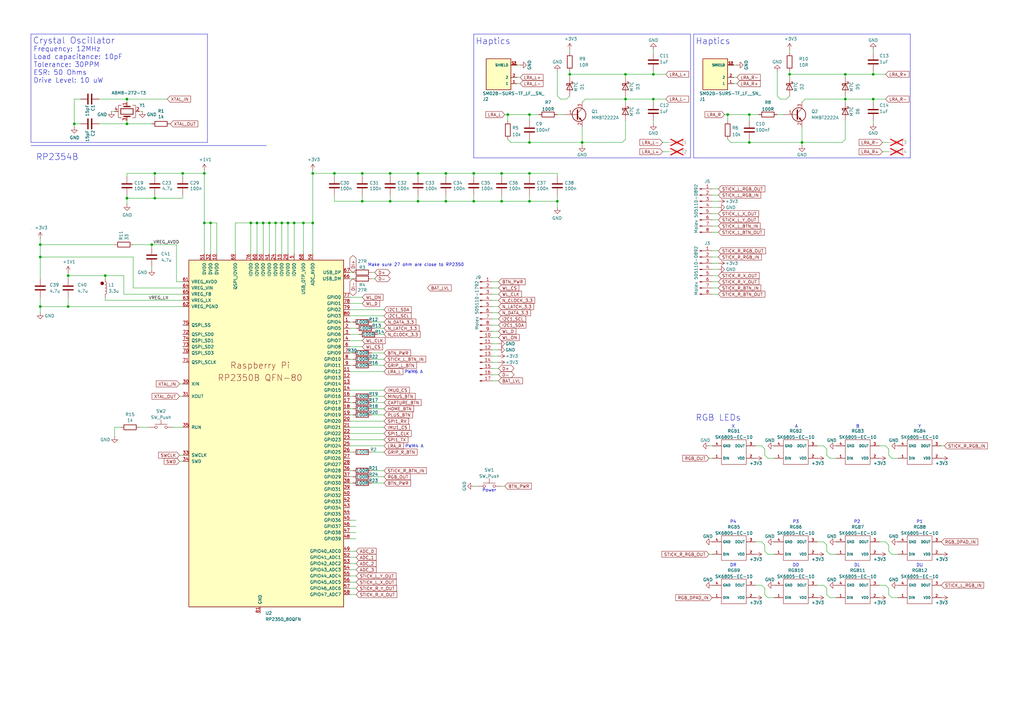
<source format=kicad_sch>
(kicad_sch (version 20250114) (generator "eeschema") (generator_version "9.0")
  (paper "A3")
  (rectangle (start 429.26 71.12) (end 454.66 102.87))
  (circle (center 41.91 116.205) (radius 0.635) (stroke (width 0) (color 132 0 0 1)) (fill (type color) (color 132 0 0 1)))
  (text "X" (at 300.736 175.006 0) (effects (font (size 1.27 1.27))))
  (text "Power" (at 200.66 201.168 0) (effects (font (size 1.27 1.27))))
  (text "PWM6 A" (at 165.862 153.416 0) (effects (font (size 1.27 1.27)) (justify left bottom)))
  (text "DL" (at 351.536 231.902 0) (effects (font (size 1.27 1.27))))
  (text "P2" (at 351.536 214.122 0) (effects (font (size 1.27 1.27))))
  (text "DU" (at 377.19 231.902 0) (effects (font (size 1.27 1.27))))
  (text "P4" (at 300.736 214.122 0) (effects (font (size 1.27 1.27))))
  (text "RP2354B" (at 14.732 66.04 0) (effects (font (size 2.54 2.54)) (justify left bottom)))
  (text "Haptics\n" (at 285.242 18.542 0) (effects (font (size 2.54 2.54)) (justify left bottom)))
  (text "RGB LEDs" (at 285.242 172.974 0) (effects (font (size 2.54 2.54)) (justify left bottom)))
  (text "Crystal Oscillator" (at 13.462 18.288 0) (effects (font (size 2.54 2.54)) (justify left bottom)))
  (text "Haptics\n" (at 195.072 18.542 0) (effects (font (size 2.54 2.54)) (justify left bottom)))
  (text "P1" (at 377.19 214.122 0) (effects (font (size 1.27 1.27))))
  (text "IMU 1" (at 430.53 148.59 0) (effects (font (size 1.27 1.27)) (justify left bottom)))
  (text "B" (at 351.79 175.006 0) (effects (font (size 1.27 1.27))))
  (text "A" (at 326.644 175.006 0) (effects (font (size 1.27 1.27))))
  (text "IMU 0" (at 430.53 109.22 0) (effects (font (size 1.27 1.27)) (justify left bottom)))
  (text "I2C Pullup\n" (at 451.866 75.946 0) (effects (font (size 2.54 2.54)) (justify right bottom)))
  (text "Frequency: 12MHz\nLoad capacitance: 10pF\nTolerance: 30PPM\nESR: 50 Ohms\nDrive Level: 10 uW" (at 13.716 34.29 0) (effects (font (size 2 2)) (justify left bottom)))
  (text "DR" (at 300.736 231.902 0) (effects (font (size 1.27 1.27))))
  (text "PWM4 A" (at 166.116 183.896 0) (effects (font (size 1.27 1.27)) (justify left bottom)))
  (text "Make sure 27 ohm are close to RP2350\n" (at 150.876 109.474 0) (effects (font (size 1.27 1.27)) (justify left bottom)))
  (text "P3" (at 326.39 214.122 0) (effects (font (size 1.27 1.27))))
  (text "Y" (at 377.19 175.006 0) (effects (font (size 1.27 1.27))))
  (text "DD" (at 326.39 231.902 0) (effects (font (size 1.27 1.27))))
  (junction (at 63.5 81.28))
  (junction (at 217.17 71.12))
  (junction (at 217.17 58.42))
  (junction (at 194.31 71.12))
  (junction (at 205.74 82.55))
  (junction (at 30.48 50.8))
  (junction (at 176.53 -44.45))
  (junction (at 307.34 58.42))
  (junction (at 233.68 30.48))
  (junction (at 435.61 162.56))
  (junction (at 160.02 82.55))
  (junction (at 52.07 40.64))
  (junction (at 440.69 128.27))
  (junction (at 171.45 71.12))
  (junction (at 194.31 82.55))
  (junction (at 130.81 -44.45))
  (junction (at 120.65 91.44))
  (junction (at 62.23 100.33))
  (junction (at 148.59 71.12))
  (junction (at 256.54 30.48))
  (junction (at 208.28 46.99))
  (junction (at 16.51 125.73))
  (junction (at 256.54 40.64))
  (junction (at 440.69 139.7))
  (junction (at 113.03 91.44))
  (junction (at 27.94 125.73))
  (junction (at 115.57 91.44))
  (junction (at 110.49 91.44))
  (junction (at 440.69 179.07))
  (junction (at 86.36 91.44))
  (junction (at 52.07 50.8))
  (junction (at 307.34 46.99))
  (junction (at 346.71 40.64))
  (junction (at 171.45 82.55))
  (junction (at 130.81 -62.23))
  (junction (at 435.61 123.19))
  (junction (at 43.18 113.03))
  (junction (at 358.14 40.64))
  (junction (at 464.82 128.27))
  (junction (at 464.82 167.64))
  (junction (at 52.07 81.28))
  (junction (at 118.11 91.44))
  (junction (at 16.51 100.33))
  (junction (at 130.81 -8.89))
  (junction (at 228.6 82.55))
  (junction (at 328.93 58.42))
  (junction (at 102.87 91.44))
  (junction (at 441.96 81.28))
  (junction (at 74.93 71.12))
  (junction (at 298.45 46.99))
  (junction (at 439.42 157.48))
  (junction (at 439.42 118.11))
  (junction (at 148.59 82.55))
  (junction (at 160.02 71.12))
  (junction (at 128.27 91.44))
  (junction (at 105.41 91.44))
  (junction (at 176.53 -26.67))
  (junction (at 205.74 71.12))
  (junction (at 176.53 -62.23))
  (junction (at 27.94 113.03))
  (junction (at 346.71 30.48))
  (junction (at 323.85 30.48))
  (junction (at 128.27 71.12))
  (junction (at 16.51 105.41))
  (junction (at 440.69 167.64))
  (junction (at 137.16 71.12))
  (junction (at 217.17 46.99))
  (junction (at 267.97 30.48))
  (junction (at 176.53 -8.89))
  (junction (at 130.81 -26.67))
  (junction (at 124.46 91.44))
  (junction (at 63.5 71.12))
  (junction (at 358.14 30.48))
  (junction (at 238.76 58.42))
  (junction (at 182.88 71.12))
  (junction (at 182.88 82.55))
  (junction (at 217.17 82.55))
  (junction (at 107.95 91.44))
  (junction (at 267.97 40.64))
  (junction (at 83.82 71.12))
  (junction (at 83.82 91.44))
  (no_connect (at 463.55 120.65))
  (no_connect (at 463.55 125.73))
  (no_connect (at 463.55 160.02))
  (no_connect (at 443.23 120.65))
  (no_connect (at 463.55 123.19))
  (no_connect (at 463.55 162.56))
  (no_connect (at 443.23 160.02))
  (no_connect (at 463.55 165.1))
  (wire (pts (xy 130.81 -26.67) (xy 139.7 -26.67)))
  (wire (pts (xy 49.53 175.26) (xy 46.99 175.26)))
  (wire (pts (xy 171.45 80.01) (xy 171.45 82.55)))
  (wire (pts (xy 204.47 123.19) (xy 201.93 123.19)))
  (wire (pts (xy 204.47 120.65) (xy 201.93 120.65)))
  (wire (pts (xy 151.13 -72.39) (xy 151.13 -71.12)))
  (wire (pts (xy 228.6 29.21) (xy 228.6 39.37)))
  (wire (pts (xy 435.61 139.7) (xy 440.69 139.7)))
  (wire (pts (xy 146.05 220.98) (xy 143.51 220.98)))
  (wire (pts (xy 57.15 -22.86) (xy 55.88 -22.86)))
  (wire (pts (xy 144.78 185.42) (xy 143.51 185.42)))
  (wire (pts (xy 148.59 -87.63) (xy 147.32 -87.63)))
  (wire (pts (xy 123.19 -92.71) (xy 121.92 -92.71)))
  (wire (pts (xy 204.47 130.81) (xy 201.93 130.81)))
  (wire (pts (xy 139.7 -36.83) (xy 138.43 -36.83)))
  (wire (pts (xy 143.51 111.76) (xy 144.78 111.76)))
  (wire (pts (xy 340.36 245.11) (xy 342.9 245.11)))
  (wire (pts (xy 176.53 -44.45) (xy 185.42 -44.45)))
  (wire (pts (xy 364.49 184.15) (xy 364.49 186.69)))
  (wire (pts (xy 74.93 120.65) (xy 50.8 120.65)))
  (wire (pts (xy 16.51 100.33) (xy 16.51 105.41)))
  (wire (pts (xy 143.51 177.8) (xy 157.48 177.8)))
  (wire (pts (xy 105.41 -8.89) (xy 130.81 -8.89)))
  (wire (pts (xy 335.28 182.88) (xy 337.82 182.88)))
  (wire (pts (xy 217.17 57.15) (xy 217.17 58.42)))
  (wire (pts (xy 464.82 115.57) (xy 463.55 115.57)))
  (wire (pts (xy 57.15 -17.78) (xy 55.88 -17.78)))
  (wire (pts (xy 57.15 175.26) (xy 60.96 175.26)))
  (wire (pts (xy 83.82 69.85) (xy 83.82 71.12)))
  (wire (pts (xy 436.88 16.51) (xy 436.88 15.24)))
  (wire (pts (xy 105.41 -26.67) (xy 130.81 -26.67)))
  (wire (pts (xy 139.7 -54.61) (xy 138.43 -54.61)))
  (wire (pts (xy 339.09 184.15) (xy 339.09 186.69)))
  (wire (pts (xy 52.07 40.64) (xy 68.58 40.64)))
  (wire (pts (xy 27.94 121.92) (xy 27.94 125.73)))
  (wire (pts (xy 144.78 170.18) (xy 143.51 170.18)))
  (wire (pts (xy 74.93 115.57) (xy 72.39 115.57)))
  (wire (pts (xy 57.15 -12.7) (xy 55.88 -12.7)))
  (wire (pts (xy 148.59 80.01) (xy 148.59 82.55)))
  (wire (pts (xy 228.6 80.01) (xy 228.6 82.55)))
  (wire (pts (xy 364.49 241.3) (xy 364.49 243.84)))
  (wire (pts (xy 339.09 186.69) (xy 340.36 187.96)))
  (wire (pts (xy 229.87 40.64) (xy 232.41 40.64)))
  (wire (pts (xy 63.5 80.01) (xy 63.5 81.28)))
  (wire (pts (xy 73.66 189.23) (xy 74.93 189.23)))
  (wire (pts (xy 267.97 29.21) (xy 267.97 30.48)))
  (wire (pts (xy 40.64 40.64) (xy 52.07 40.64)))
  (wire (pts (xy 171.45 82.55) (xy 160.02 82.55)))
  (wire (pts (xy 143.51 172.72) (xy 157.48 172.72)))
  (wire (pts (xy 157.48 195.58) (xy 152.4 195.58)))
  (wire (pts (xy 440.69 180.34) (xy 440.69 179.07)))
  (wire (pts (xy 204.47 138.43) (xy 201.93 138.43)))
  (wire (pts (xy 290.83 187.96) (xy 292.1 187.96)))
  (wire (pts (xy 118.11 91.44) (xy 120.65 91.44)))
  (wire (pts (xy 73.66 157.48) (xy 74.93 157.48)))
  (wire (pts (xy 464.82 152.4) (xy 463.55 152.4)))
  (wire (pts (xy 171.45 71.12) (xy 182.88 71.12)))
  (wire (pts (xy 340.36 187.96) (xy 342.9 187.96)))
  (wire (pts (xy 110.49 104.14) (xy 110.49 91.44)))
  (wire (pts (xy 358.14 40.64) (xy 358.14 41.91)))
  (wire (pts (xy 346.71 30.48) (xy 358.14 30.48)))
  (wire (pts (xy 364.49 226.06) (xy 365.76 227.33)))
  (wire (pts (xy 152.4 111.76) (xy 153.67 111.76)))
  (wire (pts (xy 433.07 87.63) (xy 431.8 87.63)))
  (wire (pts (xy 440.69 167.64) (xy 440.69 179.07)))
  (wire (pts (xy 365.76 227.33) (xy 368.3 227.33)))
  (wire (pts (xy 52.07 81.28) (xy 63.5 81.28)))
  (wire (pts (xy 105.41 -72.39) (xy 105.41 -71.12)))
  (wire (pts (xy 52.07 72.39) (xy 52.07 71.12)))
  (wire (pts (xy 52.07 81.28) (xy 52.07 83.82)))
  (wire (pts (xy 105.41 -72.39) (xy 123.19 -72.39)))
  (wire (pts (xy 144.78 198.12) (xy 143.51 198.12)))
  (wire (pts (xy 294.64 90.17) (xy 292.1 90.17)))
  (wire (pts (xy 16.51 97.79) (xy 16.51 100.33)))
  (wire (pts (xy 30.48 50.8) (xy 30.48 52.07)))
  (wire (pts (xy 52.07 71.12) (xy 63.5 71.12)))
  (wire (pts (xy 123.19 -85.09) (xy 121.92 -85.09)))
  (wire (pts (xy 440.69 128.27) (xy 443.23 128.27)))
  (wire (pts (xy 105.41 -27.94) (xy 105.41 -26.67)))
  (wire (pts (xy 157.48 132.08) (xy 152.4 132.08)))
  (wire (pts (xy 113.03 91.44) (xy 115.57 91.44)))
  (wire (pts (xy 45.72 45.72) (xy 46.99 45.72)))
  (wire (pts (xy 364.49 223.52) (xy 364.49 226.06)))
  (wire (pts (xy 139.7 -19.05) (xy 138.43 -19.05)))
  (wire (pts (xy 256.54 39.37) (xy 256.54 40.64)))
  (wire (pts (xy 363.22 182.88) (xy 364.49 184.15)))
  (wire (pts (xy 307.34 58.42) (xy 328.93 58.42)))
  (wire (pts (xy 431.8 162.56) (xy 435.61 162.56)))
  (wire (pts (xy 143.51 152.4) (xy 157.48 152.4)))
  (wire (pts (xy 83.82 91.44) (xy 83.82 104.14)))
  (wire (pts (xy 292.1 95.25) (xy 294.64 95.25)))
  (wire (pts (xy 62.23 100.33) (xy 62.23 101.6)))
  (wire (pts (xy 256.54 57.15) (xy 255.27 58.42)))
  (wire (pts (xy 143.51 121.92) (xy 148.59 121.92)))
  (wire (pts (xy 364.49 243.84) (xy 365.76 245.11)))
  (wire (pts (xy 50.8 120.65) (xy 50.8 113.03)))
  (wire (pts (xy 328.93 58.42) (xy 345.44 58.42)))
  (wire (pts (xy 151.13 -45.72) (xy 151.13 -44.45)))
  (wire (pts (xy 52.07 50.8) (xy 62.23 50.8)))
  (wire (pts (xy 256.54 40.64) (xy 267.97 40.64)))
  (wire (pts (xy 309.88 222.25) (xy 312.42 222.25)))
  (wire (pts (xy 299.72 58.42) (xy 307.34 58.42)))
  (wire (pts (xy 50.8 113.03) (xy 43.18 113.03)))
  (wire (pts (xy 294.64 80.01) (xy 292.1 80.01)))
  (wire (pts (xy 139.7 -72.39) (xy 138.43 -72.39)))
  (wire (pts (xy 143.51 236.22) (xy 146.05 236.22)))
  (wire (pts (xy 440.69 167.64) (xy 443.23 167.64)))
  (wire (pts (xy 151.13 -44.45) (xy 176.53 -44.45)))
  (wire (pts (xy 86.36 91.44) (xy 83.82 91.44)))
  (wire (pts (xy 144.78 144.78) (xy 143.51 144.78)))
  (wire (pts (xy 128.27 69.85) (xy 128.27 71.12)))
  (wire (pts (xy 365.76 245.11) (xy 368.3 245.11)))
  (wire (pts (xy 346.71 49.53) (xy 346.71 57.15)))
  (wire (pts (xy 256.54 40.64) (xy 256.54 41.91)))
  (wire (pts (xy 346.71 40.64) (xy 346.71 41.91)))
  (wire (pts (xy 340.36 227.33) (xy 342.9 227.33)))
  (wire (pts (xy 213.36 34.29) (xy 212.09 34.29)))
  (wire (pts (xy 290.83 227.33) (xy 292.1 227.33)))
  (wire (pts (xy 431.8 123.19) (xy 435.61 123.19)))
  (wire (pts (xy 128.27 71.12) (xy 137.16 71.12)))
  (wire (pts (xy 113.03 104.14) (xy 113.03 91.44)))
  (wire (pts (xy 204.47 135.89) (xy 201.93 135.89)))
  (wire (pts (xy 151.13 -54.61) (xy 168.91 -54.61)))
  (wire (pts (xy 298.45 57.15) (xy 299.72 58.42)))
  (polyline (pts (xy 476.25 184.15) (xy 429.26 184.15)))
  (wire (pts (xy 130.81 -44.45) (xy 139.7 -44.45)))
  (wire (pts (xy 148.59 -82.55) (xy 147.32 -82.55)))
  (wire (pts (xy 185.42 -19.05) (xy 184.15 -19.05)))
  (wire (pts (xy 213.36 26.67) (xy 212.09 26.67)))
  (wire (pts (xy 63.5 81.28) (xy 74.93 81.28)))
  (wire (pts (xy 358.14 20.32) (xy 358.14 21.59)))
  (wire (pts (xy 463.55 167.64) (xy 464.82 167.64)))
  (wire (pts (xy 330.2 40.64) (xy 346.71 40.64)))
  (wire (pts (xy 360.68 240.03) (xy 363.22 240.03)))
  (wire (pts (xy 238.76 41.91) (xy 240.03 40.64)))
  (wire (pts (xy 358.14 49.53) (xy 358.14 50.8)))
  (wire (pts (xy 144.78 193.04) (xy 143.51 193.04)))
  (wire (pts (xy 335.28 240.03) (xy 337.82 240.03)))
  (wire (pts (xy 115.57 91.44) (xy 118.11 91.44)))
  (wire (pts (xy 439.42 154.94) (xy 439.42 157.48)))
  (wire (pts (xy 440.69 165.1) (xy 443.23 165.1)))
  (wire (pts (xy 443.23 115.57) (xy 439.42 115.57)))
  (wire (pts (xy 294.64 105.41) (xy 292.1 105.41)))
  (wire (pts (xy 346.71 30.48) (xy 346.71 31.75)))
  (wire (pts (xy 143.51 137.16) (xy 147.32 137.16)))
  (wire (pts (xy 105.41 -54.61) (xy 123.19 -54.61)))
  (wire (pts (xy 440.69 140.97) (xy 440.69 139.7)))
  (wire (pts (xy 151.13 -26.67) (xy 176.53 -26.67)))
  (wire (pts (xy 146.05 215.9) (xy 143.51 215.9)))
  (wire (pts (xy 204.47 153.67) (xy 201.93 153.67)))
  (wire (pts (xy 441.96 152.4) (xy 443.23 152.4)))
  (wire (pts (xy 323.85 39.37) (xy 322.58 40.64)))
  (wire (pts (xy 107.95 104.14) (xy 107.95 91.44)))
  (wire (pts (xy 431.8 81.28) (xy 441.96 81.28)))
  (wire (pts (xy 144.78 167.64) (xy 143.51 167.64)))
  (wire (pts (xy 204.47 133.35) (xy 201.93 133.35)))
  (wire (pts (xy 151.13 -72.39) (xy 168.91 -72.39)))
  (wire (pts (xy 335.28 222.25) (xy 337.82 222.25)))
  (wire (pts (xy 146.05 218.44) (xy 143.51 218.44)))
  (wire (pts (xy 217.17 72.39) (xy 217.17 71.12)))
  (wire (pts (xy 207.01 46.99) (xy 208.28 46.99)))
  (wire (pts (xy 146.05 228.6) (xy 143.51 228.6)))
  (wire (pts (xy 152.4 114.3) (xy 153.67 114.3)))
  (wire (pts (xy 358.14 29.21) (xy 358.14 30.48)))
  (polyline (pts (xy 476.25 144.78) (xy 429.26 144.78)))
  (wire (pts (xy 361.95 62.23) (xy 364.49 62.23)))
  (polyline (pts (xy 283.21 13.97) (xy 283.21 64.77)))
  (wire (pts (xy 440.69 125.73) (xy 443.23 125.73)))
  (wire (pts (xy 313.69 186.69) (xy 314.96 187.96)))
  (wire (pts (xy 294.64 107.95) (xy 292.1 107.95)))
  (wire (pts (xy 194.31 199.39) (xy 195.58 199.39)))
  (wire (pts (xy 46.99 175.26) (xy 46.99 179.07)))
  (wire (pts (xy 307.34 46.99) (xy 311.15 46.99)))
  (wire (pts (xy 238.76 58.42) (xy 238.76 59.69)))
  (wire (pts (xy 124.46 91.44) (xy 128.27 91.44)))
  (wire (pts (xy 96.52 104.14) (xy 96.52 91.44)))
  (wire (pts (xy 146.05 226.06) (xy 143.51 226.06)))
  (wire (pts (xy 452.12 87.63) (xy 452.12 81.28)))
  (wire (pts (xy 205.74 80.01) (xy 205.74 82.55)))
  (wire (pts (xy 16.51 121.92) (xy 16.51 125.73)))
  (wire (pts (xy 148.59 72.39) (xy 148.59 71.12)))
  (wire (pts (xy 256.54 30.48) (xy 267.97 30.48)))
  (wire (pts (xy 16.51 125.73) (xy 27.94 125.73)))
  (wire (pts (xy 105.41 -44.45) (xy 130.81 -44.45)))
  (wire (pts (xy 464.82 154.94) (xy 463.55 154.94)))
  (wire (pts (xy 160.02 82.55) (xy 148.59 82.55)))
  (wire (pts (xy 464.82 118.11) (xy 463.55 118.11)))
  (wire (pts (xy 63.5 71.12) (xy 74.93 71.12)))
  (wire (pts (xy 208.28 46.99) (xy 217.17 46.99)))
  (wire (pts (xy 62.23 100.33) (xy 72.39 100.33)))
  (wire (pts (xy 313.69 223.52) (xy 313.69 226.06)))
  (wire (pts (xy 16.51 105.41) (xy 16.51 114.3)))
  (wire (pts (xy 151.13 -36.83) (xy 168.91 -36.83)))
  (wire (pts (xy 256.54 49.53) (xy 256.54 57.15)))
  (wire (pts (xy 54.61 118.11) (xy 74.93 118.11)))
  (wire (pts (xy 137.16 71.12) (xy 148.59 71.12)))
  (polyline (pts (xy 284.48 13.97) (xy 373.38 13.97)))
  (wire (pts (xy 294.64 113.03) (xy 292.1 113.03)))
  (wire (pts (xy 151.13 -36.83) (xy 151.13 -35.56)))
  (wire (pts (xy 63.5 72.39) (xy 63.5 71.12)))
  (wire (pts (xy 176.53 -62.23) (xy 185.42 -62.23)))
  (wire (pts (xy 229.87 40.64) (xy 228.6 39.37)))
  (wire (pts (xy 339.09 223.52) (xy 339.09 226.06)))
  (wire (pts (xy 213.36 31.75) (xy 212.09 31.75)))
  (wire (pts (xy 464.82 128.27) (xy 466.09 128.27)))
  (wire (pts (xy 105.41 -10.16) (xy 105.41 -8.89)))
  (wire (pts (xy 294.64 77.47) (xy 292.1 77.47)))
  (wire (pts (xy 217.17 46.99) (xy 220.98 46.99)))
  (wire (pts (xy 27.94 114.3) (xy 27.94 113.03)))
  (wire (pts (xy 151.13 -54.61) (xy 151.13 -53.34)))
  (wire (pts (xy 185.42 -36.83) (xy 184.15 -36.83)))
  (wire (pts (xy 452.12 81.28) (xy 441.96 81.28)))
  (wire (pts (xy 26.67 -27.94) (xy 25.4 -27.94)))
  (wire (pts (xy 300.99 26.67) (xy 302.26 26.67)))
  (wire (pts (xy 54.61 100.33) (xy 62.23 100.33)))
  (wire (pts (xy 57.15 45.72) (xy 58.42 45.72)))
  (wire (pts (xy 346.71 39.37) (xy 346.71 40.64)))
  (wire (pts (xy 204.47 148.59) (xy 201.93 148.59)))
  (wire (pts (xy 318.77 46.99) (xy 321.31 46.99)))
  (polyline (pts (xy 284.48 31.75) (xy 284.48 64.77)))
  (wire (pts (xy 176.53 -26.67) (xy 185.42 -26.67)))
  (wire (pts (xy 157.48 185.42) (xy 152.4 185.42)))
  (wire (pts (xy 110.49 91.44) (xy 113.03 91.44)))
  (wire (pts (xy 72.39 115.57) (xy 72.39 100.33)))
  (wire (pts (xy 105.41 -45.72) (xy 105.41 -44.45)))
  (wire (pts (xy 146.05 231.14) (xy 143.51 231.14)))
  (wire (pts (xy 137.16 80.01) (xy 137.16 82.55)))
  (wire (pts (xy 314.96 187.96) (xy 317.5 187.96)))
  (wire (pts (xy 434.34 16.51) (xy 434.34 15.24)))
  (wire (pts (xy 267.97 49.53) (xy 267.97 50.8)))
  (wire (pts (xy 52.07 41.91) (xy 52.07 40.64)))
  (wire (pts (xy 54.61 105.41) (xy 54.61 118.11)))
  (wire (pts (xy 152.4 193.04) (xy 157.48 193.04)))
  (wire (pts (xy 387.35 182.88) (xy 386.08 182.88)))
  (wire (pts (xy 152.4 147.32) (xy 157.48 147.32)))
  (polyline (pts (xy 194.31 13.97) (xy 283.21 13.97)))
  (wire (pts (xy 144.78 165.1) (xy 143.51 165.1)))
  (wire (pts (xy 148.59 -92.71) (xy 147.32 -92.71)))
  (wire (pts (xy 314.96 245.11) (xy 317.5 245.11)))
  (wire (pts (xy 294.64 102.87) (xy 292.1 102.87)))
  (wire (pts (xy 204.47 151.13) (xy 201.93 151.13)))
  (wire (pts (xy 294.64 92.71) (xy 292.1 92.71)))
  (wire (pts (xy 464.82 179.07) (xy 464.82 180.34)))
  (wire (pts (xy 105.41 -19.05) (xy 105.41 -17.78)))
  (wire (pts (xy 238.76 58.42) (xy 255.27 58.42)))
  (wire (pts (xy 358.14 40.64) (xy 363.22 40.64)))
  (wire (pts (xy 105.41 -54.61) (xy 105.41 -53.34)))
  (wire (pts (xy 339.09 243.84) (xy 340.36 245.11)))
  (wire (pts (xy 105.41 91.44) (xy 107.95 91.44)))
  (wire (pts (xy 320.04 40.64) (xy 322.58 40.64)))
  (wire (pts (xy 298.45 46.99) (xy 298.45 49.53)))
  (wire (pts (xy 73.66 186.69) (xy 74.93 186.69)))
  (wire (pts (xy 96.52 91.44) (xy 102.87 91.44)))
  (wire (pts (xy 233.68 39.37) (xy 232.41 40.64)))
  (wire (pts (xy 294.64 85.09) (xy 292.1 85.09)))
  (wire (pts (xy 313.69 243.84) (xy 314.96 245.11)))
  (wire (pts (xy 439.42 157.48) (xy 443.23 157.48)))
  (wire (pts (xy 33.02 50.8) (xy 30.48 50.8)))
  (wire (pts (xy 300.99 31.75) (xy 302.26 31.75)))
  (wire (pts (xy 123.19 -90.17) (xy 121.92 -90.17)))
  (wire (pts (xy 205.74 72.39) (xy 205.74 71.12)))
  (wire (pts (xy 233.68 30.48) (xy 233.68 31.75)))
  (wire (pts (xy 204.47 118.11) (xy 201.93 118.11)))
  (wire (pts (xy 151.13 -10.16) (xy 151.13 -8.89)))
  (wire (pts (xy 318.77 29.21) (xy 318.77 39.37)))
  (wire (pts (xy 105.41 -36.83) (xy 123.19 -36.83)))
  (polyline (pts (xy 429.26 106.68) (xy 476.25 106.68)))
  (wire (pts (xy 52.07 49.53) (xy 52.07 50.8)))
  (wire (pts (xy 120.65 91.44) (xy 120.65 104.14)))
  (wire (pts (xy 440.69 128.27) (xy 440.69 139.7)))
  (wire (pts (xy 204.47 143.51) (xy 201.93 143.51)))
  (polyline (pts (xy 283.21 64.77) (xy 194.31 64.77)))
  (wire (pts (xy 267.97 20.32) (xy 267.97 21.59)))
  (wire (pts (xy 88.9 91.44) (xy 88.9 104.14)))
  (wire (pts (xy 328.93 41.91) (xy 330.2 40.64)))
  (wire (pts (xy 185.42 -72.39) (xy 184.15 -72.39)))
  (wire (pts (xy 313.69 241.3) (xy 313.69 243.84)))
  (wire (pts (xy 182.88 71.12) (xy 194.31 71.12)))
  (wire (pts (xy 171.45 72.39) (xy 171.45 71.12)))
  (wire (pts (xy 143.51 243.84) (xy 146.05 243.84)))
  (wire (pts (xy 143.51 129.54) (xy 157.48 129.54)))
  (wire (pts (xy 185.42 -54.61) (xy 184.15 -54.61)))
  (wire (pts (xy 182.88 80.01) (xy 182.88 82.55)))
  (wire (pts (xy 143.51 238.76) (xy 146.05 238.76)))
  (wire (pts (xy 238.76 52.07) (xy 238.76 58.42)))
  (wire (pts (xy 217.17 82.55) (xy 205.74 82.55)))
  (wire (pts (xy 328.93 52.07) (xy 328.93 58.42)))
  (wire (pts (xy 360.68 182.88) (xy 363.22 182.88)))
  (polyline (pts (xy 12.7 93.98) (xy 12.7 93.98)))
  (wire (pts (xy 208.28 57.15) (xy 209.55 58.42)))
  (wire (pts (xy 439.42 16.51) (xy 439.42 15.24)))
  (wire (pts (xy 312.42 222.25) (xy 313.69 223.52)))
  (wire (pts (xy 182.88 82.55) (xy 171.45 82.55)))
  (wire (pts (xy 130.81 -62.23) (xy 139.7 -62.23)))
  (wire (pts (xy 313.69 184.15) (xy 313.69 186.69)))
  (wire (pts (xy 86.36 91.44) (xy 88.9 91.44)))
  (wire (pts (xy 443.23 154.94) (xy 439.42 154.94)))
  (wire (pts (xy 440.69 165.1) (xy 440.69 167.64)))
  (wire (pts (xy 339.09 226.06) (xy 340.36 227.33)))
  (wire (pts (xy 337.82 240.03) (xy 339.09 241.3)))
  (wire (pts (xy 228.6 46.99) (xy 231.14 46.99)))
  (wire (pts (xy 435.61 162.56) (xy 443.23 162.56)))
  (wire (pts (xy 464.82 113.03) (xy 463.55 113.03)))
  (wire (pts (xy 151.13 -62.23) (xy 176.53 -62.23)))
  (wire (pts (xy 435.61 123.19) (xy 443.23 123.19)))
  (wire (pts (xy 74.93 162.56) (xy 73.66 162.56)))
  (wire (pts (xy 233.68 29.21) (xy 233.68 30.48)))
  (wire (pts (xy 346.71 40.64) (xy 358.14 40.64)))
  (wire (pts (xy 307.34 57.15) (xy 307.34 58.42)))
  (polyline (pts (xy 429.26 146.05) (xy 429.26 184.15)))
  (polyline (pts (xy 373.38 13.97) (xy 373.38 64.77)))
  (polyline (pts (xy 476.25 106.68) (xy 476.25 144.78)))
  (wire (pts (xy 143.51 114.3) (xy 144.78 114.3)))
  (wire (pts (xy 128.27 71.12) (xy 128.27 91.44)))
  (wire (pts (xy 463.55 128.27) (xy 464.82 128.27)))
  (wire (pts (xy 309.88 240.03) (xy 312.42 240.03)))
  (wire (pts (xy 148.59 82.55) (xy 137.16 82.55)))
  (wire (pts (xy 143.51 241.3) (xy 146.05 241.3)))
  (polyline (pts (xy 85.09 57.15) (xy 85.09 58.42)))
  (wire (pts (xy 323.85 30.48) (xy 346.71 30.48)))
  (wire (pts (xy 194.31 82.55) (xy 182.88 82.55)))
  (wire (pts (xy 312.42 182.88) (xy 313.69 184.15)))
  (wire (pts (xy 123.19 -82.55) (xy 121.92 -82.55)))
  (wire (pts (xy 204.47 156.21) (xy 201.93 156.21)))
  (wire (pts (xy 267.97 30.48) (xy 273.05 30.48)))
  (wire (pts (xy 74.93 81.28) (xy 74.93 80.01)))
  (wire (pts (xy 157.48 134.62) (xy 153.67 134.62)))
  (wire (pts (xy 217.17 58.42) (xy 238.76 58.42)))
  (wire (pts (xy 204.47 146.05) (xy 201.93 146.05)))
  (wire (pts (xy 62.23 110.49) (xy 62.23 109.22)))
  (wire (pts (xy 43.18 123.19) (xy 43.18 121.92)))
  (wire (pts (xy 130.81 -8.89) (xy 139.7 -8.89)))
  (wire (pts (xy 208.28 46.99) (xy 208.28 49.53)))
  (wire (pts (xy 157.48 175.26) (xy 143.51 175.26)))
  (wire (pts (xy 148.59 139.7) (xy 143.51 139.7)))
  (wire (pts (xy 309.88 182.88) (xy 312.42 182.88)))
  (wire (pts (xy 143.51 124.46) (xy 148.59 124.46)))
  (wire (pts (xy 148.59 -85.09) (xy 147.32 -85.09)))
  (wire (pts (xy 144.78 132.08) (xy 143.51 132.08)))
  (wire (pts (xy 157.48 144.78) (xy 152.4 144.78)))
  (wire (pts (xy 157.48 165.1) (xy 152.4 165.1)))
  (wire (pts (xy 323.85 30.48) (xy 323.85 31.75)))
  (wire (pts (xy 102.87 104.14) (xy 102.87 91.44)))
  (polyline (pts (xy 194.31 31.75) (xy 194.31 13.97)))
  (wire (pts (xy 43.18 113.03) (xy 43.18 114.3)))
  (wire (pts (xy 441.96 16.51) (xy 441.96 15.24)))
  (wire (pts (xy 176.53 -8.89) (xy 185.42 -8.89)))
  (polyline (pts (xy 373.38 64.77) (xy 284.48 64.77)))
  (wire (pts (xy 300.99 34.29) (xy 302.26 34.29)))
  (wire (pts (xy 294.64 115.57) (xy 292.1 115.57)))
  (polyline (pts (xy 12.7 13.97) (xy 85.09 13.97)))
  (wire (pts (xy 328.93 58.42) (xy 328.93 59.69)))
  (wire (pts (xy 128.27 91.44) (xy 128.27 104.14)))
  (wire (pts (xy 16.51 100.33) (xy 46.99 100.33)))
  (wire (pts (xy 464.82 167.64) (xy 464.82 171.45)))
  (wire (pts (xy 363.22 222.25) (xy 364.49 223.52)))
  (polyline (pts (xy 12.7 13.97) (xy 12.7 58.42)))
  (wire (pts (xy 146.05 233.68) (xy 143.51 233.68)))
  (wire (pts (xy 182.88 72.39) (xy 182.88 71.12)))
  (wire (pts (xy 105.41 -63.5) (xy 105.41 -62.23)))
  (wire (pts (xy 40.64 50.8) (xy 52.07 50.8)))
  (wire (pts (xy 228.6 72.39) (xy 228.6 71.12)))
  (wire (pts (xy 118.11 104.14) (xy 118.11 91.44)))
  (wire (pts (xy 205.74 82.55) (xy 194.31 82.55)))
  (wire (pts (xy 323.85 20.32) (xy 323.85 21.59)))
  (wire (pts (xy 105.41 -36.83) (xy 105.41 -35.56)))
  (wire (pts (xy 86.36 104.14) (xy 86.36 91.44)))
  (wire (pts (xy 123.19 -87.63) (xy 121.92 -87.63)))
  (wire (pts (xy 204.47 125.73) (xy 201.93 125.73)))
  (wire (pts (xy 363.22 240.03) (xy 364.49 241.3)))
  (wire (pts (xy 464.82 139.7) (xy 464.82 140.97)))
  (wire (pts (xy 27.94 113.03) (xy 43.18 113.03)))
  (wire (pts (xy 346.71 57.15) (xy 345.44 58.42)))
  (wire (pts (xy 205.74 199.39) (xy 207.01 199.39)))
  (wire (pts (xy 124.46 104.14) (xy 124.46 91.44)))
  (polyline (pts (xy 284.48 31.75) (xy 284.48 13.97)))
  (wire (pts (xy 157.48 162.56) (xy 152.4 162.56)))
  (wire (pts (xy 292.1 120.65) (xy 294.64 120.65)))
  (wire (pts (xy 439.42 115.57) (xy 439.42 118.11)))
  (wire (pts (xy 267.97 40.64) (xy 267.97 41.91)))
  (wire (pts (xy 146.05 213.36) (xy 143.51 213.36)))
  (wire (pts (xy 105.41 104.14) (xy 105.41 91.44)))
  (wire (pts (xy 240.03 40.64) (xy 256.54 40.64)))
  (wire (pts (xy 217.17 71.12) (xy 228.6 71.12)))
  (wire (pts (xy 364.49 186.69) (xy 365.76 187.96)))
  (wire (pts (xy 339.09 241.3) (xy 339.09 243.84)))
  (wire (pts (xy 297.18 46.99) (xy 298.45 46.99)))
  (wire (pts (xy 144.78 147.32) (xy 143.51 147.32)))
  (wire (pts (xy 337.82 222.25) (xy 339.09 223.52)))
  (wire (pts (xy 337.82 182.88) (xy 339.09 184.15)))
  (wire (pts (xy 290.83 182.88) (xy 292.1 182.88)))
  (wire (pts (xy 307.34 46.99) (xy 307.34 49.53)))
  (wire (pts (xy 16.51 105.41) (xy 54.61 105.41)))
  (wire (pts (xy 312.42 240.03) (xy 313.69 241.3)))
  (wire (pts (xy 204.47 140.97) (xy 201.93 140.97)))
  (wire (pts (xy 143.51 180.34) (xy 157.48 180.34)))
  (wire (pts (xy 157.48 137.16) (xy 154.94 137.16)))
  (wire (pts (xy 194.31 72.39) (xy 194.31 71.12)))
  (wire (pts (xy 233.68 20.32) (xy 233.68 21.59)))
  (wire (pts (xy 209.55 58.42) (xy 217.17 58.42)))
  (wire (pts (xy 294.64 87.63) (xy 292.1 87.63)))
  (wire (pts (xy 464.82 128.27) (xy 464.82 132.08)))
  (wire (pts (xy 74.93 72.39) (xy 74.93 71.12)))
  (wire (pts (xy 464.82 167.64) (xy 466.09 167.64)))
  (wire (pts (xy 217.17 46.99) (xy 217.17 49.53)))
  (wire (pts (xy 151.13 -63.5) (xy 151.13 -62.23)))
  (wire (pts (xy 30.48 40.64) (xy 30.48 50.8)))
  (wire (pts (xy 294.64 110.49) (xy 292.1 110.49)))
  (wire (pts (xy 43.18 123.19) (xy 74.93 123.19)))
  (wire (pts (xy 157.48 170.18) (xy 152.4 170.18)))
  (wire (pts (xy 143.51 134.62) (xy 146.05 134.62)))
  (wire (pts (xy 217.17 80.01) (xy 217.17 82.55)))
  (wire (pts (xy 148.59 -90.17) (xy 147.32 -90.17)))
  (polyline (pts (xy 194.31 31.75) (xy 194.31 64.77)))
  (wire (pts (xy 440.69 90.17) (xy 440.69 87.63)))
  (wire (pts (xy 102.87 91.44) (xy 105.41 91.44)))
  (wire (pts (xy 464.82 157.48) (xy 463.55 157.48)))
  (wire (pts (xy 435.61 132.08) (xy 435.61 123.19)))
  (wire (pts (xy 271.78 58.42) (xy 274.32 58.42)))
  (wire (pts (xy 137.16 72.39) (xy 137.16 71.12)))
  (wire (pts (xy 107.95 91.44) (xy 110.49 91.44)))
  (wire (pts (xy 160.02 72.39) (xy 160.02 71.12)))
  (wire (pts (xy 361.95 58.42) (xy 364.49 58.42)))
  (wire (pts (xy 148.59 142.24) (xy 143.51 142.24)))
  (wire (pts (xy 431.8 87.63) (xy 431.8 81.28)))
  (wire (pts (xy 105.41 -19.05) (xy 123.19 -19.05)))
  (wire (pts (xy 360.68 222.25) (xy 363.22 222.25)))
  (wire (pts (xy 157.48 167.64) (xy 152.4 167.64)))
  (wire (pts (xy 57.15 -27.94) (xy 55.88 -27.94)))
  (wire (pts (xy 144.78 162.56) (xy 143.51 162.56)))
  (wire (pts (xy 144.78 195.58) (xy 143.51 195.58)))
  (wire (pts (xy 233.68 30.48) (xy 256.54 30.48)))
  (wire (pts (xy 194.31 71.12) (xy 205.74 71.12)))
  (wire (pts (xy 294.64 82.55) (xy 292.1 82.55)))
  (polyline (pts (xy 64.77 58.42) (xy 12.7 58.42)))
  (polyline (pts (xy 109.22 59.69) (xy 12.7 59.69)))
  (wire (pts (xy 256.54 30.48) (xy 256.54 31.75)))
  (wire (pts (xy 358.14 30.48) (xy 363.22 30.48)))
  (wire (pts (xy 157.48 149.86) (xy 152.4 149.86)))
  (wire (pts (xy 228.6 82.55) (xy 228.6 85.09)))
  (wire (pts (xy 271.78 62.23) (xy 274.32 62.23)))
  (wire (pts (xy 435.61 179.07) (xy 440.69 179.07)))
  (wire (pts (xy 450.85 87.63) (xy 452.12 87.63)))
  (wire (pts (xy 157.48 198.12) (xy 152.4 198.12)))
  (wire (pts (xy 33.02 40.64) (xy 30.48 40.64)))
  (wire (pts (xy 435.61 171.45) (xy 435.61 162.56)))
  (wire (pts (xy 314.96 227.33) (xy 317.5 227.33)))
  (wire (pts (xy 151.13 -19.05) (xy 168.91 -19.05)))
  (polyline (pts (xy 429.26 106.68) (xy 429.26 144.78)))
  (wire (pts (xy 323.85 29.21) (xy 323.85 30.48)))
  (wire (pts (xy 194.31 80.01) (xy 194.31 82.55)))
  (wire (pts (xy 151.13 -8.89) (xy 176.53 -8.89)))
  (wire (pts (xy 441.96 113.03) (xy 443.23 113.03)))
  (wire (pts (xy 160.02 71.12) (xy 171.45 71.12)))
  (wire (pts (xy 120.65 91.44) (xy 124.46 91.44)))
  (wire (pts (xy 151.13 -19.05) (xy 151.13 -17.78)))
  (wire (pts (xy 204.47 115.57) (xy 201.93 115.57)))
  (wire (pts (xy 143.51 127) (xy 157.48 127)))
  (wire (pts (xy 204.47 128.27) (xy 201.93 128.27)))
  (wire (pts (xy 105.41 -62.23) (xy 130.81 -62.23)))
  (wire (pts (xy 83.82 71.12) (xy 83.82 91.44)))
  (wire (pts (xy 365.76 187.96) (xy 368.3 187.96)))
  (wire (pts (xy 27.94 111.76) (xy 27.94 113.03)))
  (wire (pts (xy 144.78 149.86) (xy 143.51 149.86)))
  (wire (pts (xy 27.94 125.73) (xy 74.93 125.73)))
  (wire (pts (xy 320.04 40.64) (xy 318.77 39.37)))
  (wire (pts (xy 157.48 160.02) (xy 143.51 160.02)))
  (polyline (pts (xy 429.26 146.05) (xy 476.25 146.05)))
  (polyline (pts (xy 64.77 58.42) (xy 85.09 58.42)))
  (wire (pts (xy 294.64 118.11) (xy 292.1 118.11)))
  (wire (pts (xy 160.02 80.01) (xy 160.02 82.55)))
  (wire (pts (xy 267.97 40.64) (xy 273.05 40.64)))
  (wire (pts (xy 16.51 125.73) (xy 16.51 128.27)))
  (wire (pts (xy 298.45 46.99) (xy 307.34 46.99)))
  (wire (pts (xy 74.93 71.12) (xy 83.82 71.12)))
  (polyline (pts (xy 476.25 146.05) (xy 476.25 184.15)))
  (wire (pts (xy 228.6 82.55) (xy 217.17 82.55)))
  (wire (pts (xy 115.57 91.44) (xy 115.57 104.14)))
  (wire (pts (xy 439.42 118.11) (xy 443.23 118.11)))
  (wire (pts (xy 205.74 71.12) (xy 217.17 71.12)))
  (wire (pts (xy 26.67 -22.86) (xy 25.4 -22.86)))
  (wire (pts (xy 143.51 182.88) (xy 157.48 182.88)))
  (wire (pts (xy 443.23 90.17) (xy 443.23 87.63)))
  (wire (pts (xy 148.59 71.12) (xy 160.02 71.12)))
  (wire (pts (xy 71.12 175.26) (xy 74.93 175.26)))
  (wire (pts (xy 313.69 226.06) (xy 314.96 227.33)))
  (wire (pts (xy 52.07 80.01) (xy 52.07 81.28)))
  (wire (pts (xy 151.13 -27.94) (xy 151.13 -26.67)))
  (polyline (pts (xy 85.09 13.97) (xy 85.09 57.15)))
  (wire (pts (xy 440.69 125.73) (xy 440.69 128.27)))
  (label "VREG_LX" (at 60.96 123.19 0))
  (label "VREG_AVDD" (at 62.865 100.33 0))
  (global_label "ABXY_EN" (shape input) (at 123.19 -69.85 180) (property "Intersheetrefs" "${INTERSHEET_REFS}" (effects (hide yes))))
  (global_label "LRA_R-" (shape input) (at 302.26 31.75 0) (property "Intersheetrefs" "${INTERSHEET_REFS}" (effects (hide yes))))
  (global_label "ADC_2" (shape input) (at 139.7 -36.83 0) (property "Intersheetrefs" "${INTERSHEET_REFS}" (effects (hide yes))))
  (global_label "I2C1_SCL" (shape input) (at 204.47 130.81 0) (property "Intersheetrefs" "${INTERSHEET_REFS}" (effects (hide yes))))
  (global_label "WL_CLK" (shape input) (at 148.59 139.7 0) (property "Intersheetrefs" "${INTERSHEET_REFS}" (effects (hide yes))))
  (global_label "SPI1_RX" (shape input) (at 441.96 113.03 180) (property "Intersheetrefs" "${INTERSHEET_REFS}" (effects (hide yes))))
  (global_label "STICK_R_RGB_OUT" (shape input) (at 290.83 227.33 180) (property "Intersheetrefs" "${INTERSHEET_REFS}" (effects (hide yes))))
  (global_label "N_DATA_3.3" (shape input) (at 204.47 128.27 0) (property "Intersheetrefs" "${INTERSHEET_REFS}" (effects (hide yes))))
  (global_label "SWD" (shape input) (at 73.66 189.23 180) (property "Intersheetrefs" "${INTERSHEET_REFS}" (effects (hide yes))))
  (global_label "I2C1_SDA" (shape input) (at 443.23 90.17 270) (property "Intersheetrefs" "${INTERSHEET_REFS}" (effects (hide yes))))
  (global_label "ADC_0" (shape input) (at 139.7 -72.39 0) (property "Intersheetrefs" "${INTERSHEET_REFS}" (effects (hide yes))))
  (global_label "LRA_L" (shape input) (at 157.48 152.4 0) (property "Intersheetrefs" "${INTERSHEET_REFS}" (effects (hide yes))))
  (global_label "LRA_R+" (shape input) (at 302.26 34.29 0) (property "Intersheetrefs" "${INTERSHEET_REFS}" (effects (hide yes))))
  (global_label "GRIP_R_BTN" (shape input) (at 26.67 -27.94 0) (property "Intersheetrefs" "${INTERSHEET_REFS}" (effects (hide yes))))
  (global_label "IMU0_CS" (shape input) (at 464.82 118.11 0) (property "Intersheetrefs" "${INTERSHEET_REFS}" (effects (hide yes))))
  (global_label "N_CLOCK_3.3" (shape input) (at 204.47 123.19 0) (property "Intersheetrefs" "${INTERSHEET_REFS}" (effects (hide yes))))
  (global_label "IMU1_CS" (shape input) (at 157.48 175.26 0) (property "Intersheetrefs" "${INTERSHEET_REFS}" (effects (hide yes))))
  (global_label "VBUS_SYS" (shape input) (at 434.34 16.51 270) (property "Intersheetrefs" "${INTERSHEET_REFS}" (effects (hide yes))))
  (global_label "ADC_3" (shape input) (at 139.7 -19.05 0) (property "Intersheetrefs" "${INTERSHEET_REFS}" (effects (hide yes))))
  (global_label "SPI1_TX" (shape input) (at 464.82 152.4 0) (property "Intersheetrefs" "${INTERSHEET_REFS}" (effects (hide yes))))
  (global_label "BAT_LVL" (shape input) (at 204.47 156.21 0) (property "Intersheetrefs" "${INTERSHEET_REFS}" (effects (hide yes))))
  (global_label "LRA_L+" (shape input) (at 271.78 62.23 180) (property "Intersheetrefs" "${INTERSHEET_REFS}" (effects (hide yes))))
  (global_label "LRA_L+" (shape input) (at 213.36 31.75 0) (property "Intersheetrefs" "${INTERSHEET_REFS}" (effects (hide yes))))
  (global_label "WL_CLK" (shape input) (at 204.47 120.65 0) (property "Intersheetrefs" "${INTERSHEET_REFS}" (effects (hide yes))))
  (global_label "ADC_3" (shape input) (at 123.19 -87.63 0) (property "Intersheetrefs" "${INTERSHEET_REFS}" (effects (hide yes))))
  (global_label "STICK_L_RGB_IN" (shape input) (at 386.08 240.03 0) (property "Intersheetrefs" "${INTERSHEET_REFS}" (effects (hide yes))))
  (global_label "ABXY_EN" (shape input) (at 123.19 -16.51 180) (property "Intersheetrefs" "${INTERSHEET_REFS}" (effects (hide yes))))
  (global_label "MINUS_BTN" (shape input) (at 57.15 -17.78 0) (property "Intersheetrefs" "${INTERSHEET_REFS}" (effects (hide yes))))
  (global_label "I2C1_SCL" (shape input) (at 157.48 129.54 0) (property "Intersheetrefs" "${INTERSHEET_REFS}" (effects (hide yes))))
  (global_label "DPAD_EN" (shape input) (at 162.56 -22.86 180) (property "Intersheetrefs" "${INTERSHEET_REFS}" (effects (hide yes))))
  (global_label "STICK_R_BTN_IN" (shape input) (at 294.64 118.11 0) (property "Intersheetrefs" "${INTERSHEET_REFS}" (effects (hide yes))))
  (global_label "I2C1_SDA" (shape input) (at 204.47 133.35 0) (property "Intersheetrefs" "${INTERSHEET_REFS}" (effects (hide yes))))
  (global_label "SPI1_CLK" (shape input) (at 157.48 177.8 0) (property "Intersheetrefs" "${INTERSHEET_REFS}" (effects (hide yes))))
  (global_label "GRIP_R_BTN" (shape input) (at 157.48 185.42 0) (property "Intersheetrefs" "${INTERSHEET_REFS}" (effects (hide yes))))
  (global_label "STICK_L_X_OUT" (shape input) (at 294.64 87.63 0) (property "Intersheetrefs" "${INTERSHEET_REFS}" (effects (hide yes))))
  (global_label "ADC_0" (shape input) (at 148.59 -87.63 0) (property "Intersheetrefs" "${INTERSHEET_REFS}" (effects (hide yes))))
  (global_label "STICK_L_BTN_OUT" (shape input) (at 294.64 95.25 0) (property "Intersheetrefs" "${INTERSHEET_REFS}" (effects (hide yes))))
  (global_label "ADC_3" (shape input) (at 146.05 233.68 0) (property "Intersheetrefs" "${INTERSHEET_REFS}" (effects (hide yes))))
  (global_label "D-" (shape bidirectional) (at 204.47 153.67 0) (property "Intersheetrefs" "${INTERSHEET_REFS}" (effects (hide yes))))
  (global_label "DPAD_EN" (shape input) (at 168.91 -69.85 180) (property "Intersheetrefs" "${INTERSHEET_REFS}" (effects (hide yes))))
  (global_label "XTAL_OUT" (shape input) (at 73.66 162.56 180) (property "Intersheetrefs" "${INTERSHEET_REFS}" (effects (hide yes))))
  (global_label "WL_CS" (shape input) (at 204.47 118.11 0) (property "Intersheetrefs" "${INTERSHEET_REFS}" (effects (hide yes))))
  (global_label "PLUS_BTN" (shape input) (at 57.15 -12.7 0) (property "Intersheetrefs" "${INTERSHEET_REFS}" (effects (hide yes))))
  (global_label "SPI1_TX" (shape input) (at 157.48 180.34 0) (property "Intersheetrefs" "${INTERSHEET_REFS}" (effects (hide yes))))
  (global_label "ADC_1" (shape input) (at 185.42 -54.61 0) (property "Intersheetrefs" "${INTERSHEET_REFS}" (effects (hide yes))))
  (global_label "STICK_R_BTN_OUT" (shape input) (at 294.64 120.65 0) (property "Intersheetrefs" "${INTERSHEET_REFS}" (effects (hide yes))))
  (global_label "STICK_L_BTN_IN" (shape input) (at 294.64 92.71 0) (property "Intersheetrefs" "${INTERSHEET_REFS}" (effects (hide yes))))
  (global_label "WL_D" (shape input) (at 148.59 124.46 0) (property "Intersheetrefs" "${INTERSHEET_REFS}" (effects (hide yes))))
  (global_label "CAPTURE_BTN" (shape input) (at 157.48 165.1 0) (property "Intersheetrefs" "${INTERSHEET_REFS}" (effects (hide yes))))
  (global_label "XTAL_IN" (shape input) (at 73.66 157.48 180) (property "Intersheetrefs" "${INTERSHEET_REFS}" (effects (hide yes))))
  (global_label "XTAL_IN" (shape input) (at 68.58 40.64 0) (property "Intersheetrefs" "${INTERSHEET_REFS}" (effects (hide yes))))
  (global_label "D+" (shape bidirectional) (at 153.67 111.76 0) (property "Intersheetrefs" "${INTERSHEET_REFS}" (effects (hide yes))))
  (global_label "LRA_R-" (shape input) (at 361.95 58.42 180) (property "Intersheetrefs" "${INTERSHEET_REFS}" (effects (hide yes))))
  (global_label "LRA_R+" (shape input) (at 361.95 62.23 180) (property "Intersheetrefs" "${INTERSHEET_REFS}" (effects (hide yes))))
  (global_label "RGB_DPAD_IN" (shape input) (at 292.1 245.11 180) (property "Intersheetrefs" "${INTERSHEET_REFS}" (effects (hide yes))))
  (global_label "SWD" (shape input) (at 441.96 16.51 270) (property "Intersheetrefs" "${INTERSHEET_REFS}" (effects (hide yes))))
  (global_label "STICK_L_RGB_OUT" (shape input) (at 294.64 77.47 0) (property "Intersheetrefs" "${INTERSHEET_REFS}" (effects (hide yes))))
  (global_label "D+" (shape bidirectional) (at 204.47 151.13 0) (property "Intersheetrefs" "${INTERSHEET_REFS}" (effects (hide yes))))
  (global_label "STICK_L_RGB_IN" (shape input) (at 294.64 80.01 0) (property "Intersheetrefs" "${INTERSHEET_REFS}" (effects (hide yes))))
  (global_label "HOME_BTN" (shape input) (at 157.48 167.64 0) (property "Intersheetrefs" "${INTERSHEET_REFS}" (effects (hide yes))))
  (global_label "WL_ON" (shape input) (at 148.59 121.92 0) (property "Intersheetrefs" "${INTERSHEET_REFS}" (effects (hide yes))))
  (global_label "TRIGGER_EN" (shape input) (at 123.19 -90.17 0) (property "Intersheetrefs" "${INTERSHEET_REFS}" (effects (hide yes))))
  (global_label "N_LATCH_3.3" (shape input) (at 204.47 125.73 0) (property "Intersheetrefs" "${INTERSHEET_REFS}" (effects (hide yes))))
  (global_label "SPI1_CLK" (shape input) (at 464.82 154.94 0) (property "Intersheetrefs" "${INTERSHEET_REFS}" (effects (hide yes))))
  (global_label "LRA_L" (shape input) (at 207.01 46.99 180) (property "Intersheetrefs" "${INTERSHEET_REFS}" (effects (hide yes))))
  (global_label "IMU1_CS" (shape input) (at 464.82 157.48 0) (property "Intersheetrefs" "${INTERSHEET_REFS}" (effects (hide yes))))
  (global_label "BAT_LVL" (shape input) (at 175.26 118.11 0) (property "Intersheetrefs" "${INTERSHEET_REFS}" (effects (hide yes))))
  (global_label "DPAD_EN" (shape input) (at 168.91 -52.07 180) (property "Intersheetrefs" "${INTERSHEET_REFS}" (effects (hide yes))))
  (global_label "LRA_R+" (shape input) (at 363.22 30.48 0) (property "Intersheetrefs" "${INTERSHEET_REFS}" (effects (hide yes))))
  (global_label "HOME_BTN" (shape input) (at 57.15 -22.86 0) (property "Intersheetrefs" "${INTERSHEET_REFS}" (effects (hide yes))))
  (global_label "LRA_L-" (shape input) (at 213.36 34.29 0) (property "Intersheetrefs" "${INTERSHEET_REFS}" (effects (hide yes))))
  (global_label "SPI1_CLK" (shape input) (at 464.82 115.57 0) (property "Intersheetrefs" "${INTERSHEET_REFS}" (effects (hide yes))))
  (global_label "STICK_R_RGB_OUT" (shape input) (at 294.64 102.87 0) (property "Intersheetrefs" "${INTERSHEET_REFS}" (effects (hide yes))))
  (global_label "ADC_2" (shape input) (at 146.05 231.14 0) (property "Intersheetrefs" "${INTERSHEET_REFS}" (effects (hide yes))))
  (global_label "DPAD_EN" (shape input) (at 168.91 -34.29 180) (property "Intersheetrefs" "${INTERSHEET_REFS}" (effects (hide yes))))
  (global_label "N_CLOCK_3.3" (shape input) (at 157.48 137.16 0) (property "Intersheetrefs" "${INTERSHEET_REFS}" (effects (hide yes))))
  (global_label "WL_ON" (shape input) (at 204.47 138.43 0) (property "Intersheetrefs" "${INTERSHEET_REFS}" (effects (hide yes))))
  (global_label "DPAD_EN" (shape input) (at 168.91 -16.51 180) (property "Intersheetrefs" "${INTERSHEET_REFS}" (effects (hide yes))))
  (global_label "SPI1_RX" (shape input) (at 157.48 172.72 0) (property "Intersheetrefs" "${INTERSHEET_REFS}" (effects (hide yes))))
  (global_label "STICK_R_RGB_IN" (shape input) (at 387.35 182.88 0) (property "Intersheetrefs" "${INTERSHEET_REFS}" (effects (hide yes))))
  (global_label "BTN_PWR" (shape input) (at 157.48 144.78 0) (property "Intersheetrefs" "${INTERSHEET_REFS}" (effects (hide yes))))
  (global_label "ADC_1" (shape input) (at 139.7 -54.61 0) (property "Intersheetrefs" "${INTERSHEET_REFS}" (effects (hide yes))))
  (global_label "LRA_L+" (shape input) (at 273.05 30.48 0) (property "Intersheetrefs" "${INTERSHEET_REFS}" (effects (hide yes))))
  (global_label "LRA_L-" (shape input) (at 273.05 40.64 0) (property "Intersheetrefs" "${INTERSHEET_REFS}" (effects (hide yes))))
  (global_label "DI-" (shape bidirectional) (at 144.78 114.3 270) (property "Intersheetrefs" "${INTERSHEET_REFS}" (effects (hide yes))))
  (global_label "LRA_R-" (shape input) (at 363.22 40.64 0) (property "Intersheetrefs" "${INTERSHEET_REFS}" (effects (hide yes))))
  (global_label "ADC_3" (shape input) (at 185.42 -19.05 0) (property "Intersheetrefs" "${INTERSHEET_REFS}" (effects (hide yes))))
  (global_label "WL_D" (shape input) (at 204.47 135.89 0) (property "Intersheetrefs" "${INTERSHEET_REFS}" (effects (hide yes))))
  (global_label "STICK_R_X_OUT" (shape input) (at 294.64 113.03 0) (property "Intersheetrefs" "${INTERSHEET_REFS}" (effects (hide yes))))
  (global_label "STICK_L_BTN_IN" (shape input) (at 157.48 147.32 0) (property "Intersheetrefs" "${INTERSHEET_REFS}" (effects (hide yes))))
  (global_label "I2C1_SDA" (shape input) (at 157.48 127 0) (property "Intersheetrefs" "${INTERSHEET_REFS}" (effects (hide yes))))
  (global_label "LRA_R" (shape input) (at 297.18 46.99 180) (property "Intersheetrefs" "${INTERSHEET_REFS}" (effects (hide yes))))
  (global_label "WL_CS" (shape input) (at 148.59 142.24 0) (property "Intersheetrefs" "${INTERSHEET_REFS}" (effects (hide yes))))
  (global_label "ADC_0" (shape input) (at 146.05 226.06 0) (property "Intersheetrefs" "${INTERSHEET_REFS}" (effects (hide yes))))
  (global_label "ADC_2" (shape input) (at 123.19 -85.09 0) (property "Intersheetrefs" "${INTERSHEET_REFS}" (effects (hide yes))))
  (global_label "BTN_PWR" (shape input) (at 157.48 198.12 0) (property "Intersheetrefs" "${INTERSHEET_REFS}" (effects (hide yes))))
  (global_label "ADC_2" (shape input) (at 185.42 -36.83 0) (property "Intersheetrefs" "${INTERSHEET_REFS}" (effects (hide yes))))
  (global_label "ADC_0" (shape input) (at 185.42 -72.39 0) (property "Intersheetrefs" "${INTERSHEET_REFS}" (effects (hide yes))))
  (global_label "STICK_L_X_OUT" (shape input) (at 146.05 238.76 0) (property "Intersheetrefs" "${INTERSHEET_REFS}" (effects (hide yes))))
  (global_label "SWCLK" (shape input) (at 439.42 16.51 270) (property "Intersheetrefs" "${INTERSHEET_REFS}" (effects (hide yes))))
  (global_label "STICK_R_Y_OUT" (shape input) (at 294.64 115.57 0) (property "Intersheetrefs" "${INTERSHEET_REFS}" (effects (hide yes))))
  (global_label "MINUS_BTN" (shape input) (at 157.48 162.56 0) (property "Intersheetrefs" "${INTERSHEET_REFS}" (effects (hide yes))))
  (global_label "ABXY_EN" (shape input) (at 123.19 -34.29 180) (property "Intersheetrefs" "${INTERSHEET_REFS}" (effects (hide yes))))
  (global_label "RGB_OUT" (shape input) (at 157.48 195.58 0) (property "Intersheetrefs" "${INTERSHEET_REFS}" (effects (hide yes))))
  (global_label "STICK_R_BTN_IN" (shape input) (at 157.48 193.04 0) (property "Intersheetrefs" "${INTERSHEET_REFS}" (effects (hide yes))))
  (global_label "STICK_R_Y_OUT" (shape input) (at 146.05 241.3 0) (property "Intersheetrefs" "${INTERSHEET_REFS}" (effects (hide yes))))
  (global_label "SPI1_RX" (shape input) (at 441.96 152.4 180) (property "Intersheetrefs" "${INTERSHEET_REFS}" (effects (hide yes))))
  (global_label "I2C1_SCL" (shape input) (at 440.69 90.17 270) (property "Intersheetrefs" "${INTERSHEET_REFS}" (effects (hide yes))))
  (global_label "LRA_L-" (shape input) (at 271.78 58.42 180) (property "Intersheetrefs" "${INTERSHEET_REFS}" (effects (hide yes))))
  (global_label "CAPTURE_BTN" (shape input) (at 57.15 -27.94 0) (property "Intersheetrefs" "${INTERSHEET_REFS}" (effects (hide yes))))
  (global_label "BTN_PWR" (shape input) (at 207.01 199.39 0) (property "Intersheetrefs" "${INTERSHEET_REFS}" (effects (hide yes))))
  (global_label "GRIP_L_BTN" (shape input) (at 26.67 -22.86 0) (property "Intersheetrefs" "${INTERSHEET_REFS}" (effects (hide yes))))
  (global_label "BTN_PWR" (shape input) (at 204.47 115.57 0) (property "Intersheetrefs" "${INTERSHEET_REFS}" (effects (hide yes))))
  (global_label "RGB_OUT" (shape input) (at 290.83 187.96 180) (property "Intersheetrefs" "${INTERSHEET_REFS}" (effects (hide yes))))
  (global_label "STICK_L_Y_OUT" (shape input) (at 294.64 90.17 0) (property "Intersheetrefs" "${INTERSHEET_REFS}" (effects (hide yes))))
  (global_label "ABXY_EN" (shape input) (at 123.19 -52.07 180) (property "Intersheetrefs" "${INTERSHEET_REFS}" (effects (hide yes))))
  (global_label "STICK_R_X_OUT" (shape input) (at 146.05 243.84 0) (property "Intersheetrefs" "${INTERSHEET_REFS}" (effects (hide yes))))
  (global_label "DI+" (shape bidirectional) (at 144.78 111.76 90) (property "Intersheetrefs" "${INTERSHEET_REFS}" (effects (hide yes))))
  (global_label "IMU0_CS" (shape input) (at 157.48 160.02 0) (property "Intersheetrefs" "${INTERSHEET_REFS}" (effects (hide yes))))
  (global_label "LRA_R" (shape input) (at 157.48 182.88 0) (property "Intersheetrefs" "${INTERSHEET_REFS}" (effects (hide yes))))
  (global_label "RGB_DPAD_IN" (shape input) (at 386.08 222.25 0) (property "Intersheetrefs" "${INTERSHEET_REFS}" (effects (hide yes))))
  (global_label "XTAL_OUT" (shape input) (at 69.85 50.8 0) (property "Intersheetrefs" "${INTERSHEET_REFS}" (effects (hide yes))))
  (global_label "GRIP_L_BTN" (shape input) (at 157.48 149.86 0) (property "Intersheetrefs" "${INTERSHEET_REFS}" (effects (hide yes))))
  (global_label "D-" (shape bidirectional) (at 153.67 114.3 0) (property "Intersheetrefs" "${INTERSHEET_REFS}" (effects (hide yes))))
  (global_label "SPI1_TX" (shape input) (at 464.82 113.03 0) (property "Intersheetrefs" "${INTERSHEET_REFS}" (effects (hide yes))))
  (global_label "N_DATA_3.3" (shape input) (at 157.48 132.08 0) (property "Intersheetrefs" "${INTERSHEET_REFS}" (effects (hide yes))))
  (global_label "ADC_1" (shape input) (at 146.05 228.6 0) (property "Intersheetrefs" "${INTERSHEET_REFS}" (effects (hide yes))))
  (global_label "PLUS_BTN" (shape input) (at 157.48 170.18 0) (property "Intersheetrefs" "${INTERSHEET_REFS}" (effects (hide yes))))
  (global_label "STICK_L_Y_OUT" (shape input) (at 146.05 236.22 0) (property "Intersheetrefs" "${INTERSHEET_REFS}" (effects (hide yes))))
  (global_label "SWCLK" (shape input) (at 73.66 186.69 180) (property "Intersheetrefs" "${INTERSHEET_REFS}" (effects (hide yes))))
  (global_label "STICK_R_RGB_IN" (shape input) (at 294.64 105.41 0) (property "Intersheetrefs" "${INTERSHEET_REFS}" (effects (hide yes))))
  (global_label "TRIGGER_EN" (shape input) (at 148.59 -90.17 0) (property "Intersheetrefs" "${INTERSHEET_REFS}" (effects (hide yes))))
  (global_label "N_LATCH_3.3" (shape input) (at 157.48 134.62 0) (property "Intersheetrefs" "${INTERSHEET_REFS}" (effects (hide yes))))
  (global_label "ADC_1" (shape input) (at 148.59 -85.09 0) (property "Intersheetrefs" "${INTERSHEET_REFS}" (effects (hide yes))))
  (symbol (lib_id "Device:C") (at 307.34 53.34 0) (unit 1)
    (property "Reference" "C10" (at 309.88 50.8 0) (effects (justify left)))
    (property "Value" "100nF" (at 309.88 53.34 0) (effects (justify left)))
    (property "Footprint" "Capacitor_SMD:C_0201_0603Metric" (effects (hide yes)))
    (property "Description" "Unpolarized capacitor" (effects (hide yes)))
    (property "LCSC" "C160831" (effects (hide yes)))
    (property "MPN" "CL03A104KQ3NNNC" (effects (hide yes)))
    (property "Price" "0.0007" (effects (hide yes)))
    (property "Confirmed" "YES" (effects (hide yes)))
    (property "Link" "https://www.lcsc.com/product-detail/Multilayer-Ceramic-Capacitors-MLCC-SMD-SMT_Samsung-Electro-Mechanics-CL03A104KQ3NNNC_C160831.html" (effects (hide yes)))
    (property "Package" "0201" (effects (hide yes)))
    (property "Manufacturer" "Samsung Electro-Mechanics" (effects (hide yes)))
    (property "Reviewed" "Yes" (effects (hide yes)))
  )
  (symbol (lib_id "Connector:Conn_01x08_Pin") (at 287.02 110.49 0) (unit 1)
    (property "Reference" "J3" (at 290.068 99.822 0))
    (property "Value" "Molex 505110-0892" (at 285.496 110.998 90))
    (property "Footprint" "hhl:5051100892" (effects (hide yes)))
    (property "Description" "Generic connector, single row, 01x08, script generated" (effects (hide yes)))
    (property "MPN" "505110-0892" (effects (hide yes)))
    (property "LCSC" "C5902847" (effects (hide yes)))
    (property "Manufacturer" "MOLEX" (effects (hide yes)))
    (property "Reviewed" "Yes" (effects (hide yes)))
  )
  (symbol (lib_id "Device:C") (at 63.5 76.2 0) (unit 1)
    (property "Reference" "C23" (at 66.421 75.0316 0) (effects (justify left)))
    (property "Value" "4.7u" (at 66.421 77.343 0) (effects (justify left)))
    (property "Footprint" "Capacitor_SMD:C_0402_1005Metric" (effects (hide yes)))
  )
  (symbol (lib_id "Switch:SW_Push") (at 50.8 -22.86 0) (unit 1)
    (property "Reference" "SW6" (at 48.514 -25.4 0))
    (property "Value" "SW_Push" (at 55.626 -25.4 0))
    (property "Footprint" "hhl:KSC-TE" (effects (hide yes)))
    (property "Datasheet" "https://www.lcsc.com/datasheet/C221725.pdf" (effects (hide yes)))
    (property "Description" "Soft actuator, 3.5mm height tactile button IP67" (effects (hide yes)))
    (property "MPN" "KSC201J LFS" (effects (hide yes)))
  )
  (symbol (lib_id "Connector:Conn_01x17_Pin") (at 196.85 135.89 0) (unit 1)
    (property "Reference" "J9" (at 196.088 113.792 0))
    (property "Value" "Molex 505110-1792" (at 195.58 125.222 90))
    (property "Footprint" "hhl:5051101792" (effects (hide yes)))
    (property "Description" "Generic connector, single row, 01x17, script generated" (effects (hide yes)))
    (property "MPN" "505110-1792" (effects (hide yes)))
    (property "LCSC" "C6819458" (effects (hide yes)))
    (property "Manufacturer" "MOLEX" (effects (hide yes)))
    (property "Reviewed" "Yes" (effects (hide yes)))
  )
  (symbol (lib_id "progcc_v3:SK6805-EC-10") (at 377.19 242.57 0) (unit 1)
    (property "Reference" "RGB12" (at 377.19 233.934 0))
    (property "Value" "SK6805-EC-10" (at 377.19 236.474 0))
    (property "Footprint" "hhl:SK6805-EC-10" (effects (hide yes)))
    (property "Datasheet" "https://cdn-shop.adafruit.com/product-files/5849/SK6805-EC10-000_REV.01_EN.pdf" (effects (hide yes)))
    (property "Description" "RGB LED" (effects (hide yes)))
    (property "MPN" "SK6805-EC-10" (effects (hide yes)))
    (property "LCSC" "C22394946" (effects (hide yes)))
    (property "Price" "0.0492" (effects (hide yes)))
    (property "Link" "https://cdn-shop.adafruit.com/product-files/5849/SK6805-EC10-000_REV.01_EN.pdf" (effects (hide yes)))
    (property "Package" "SK6805-EC-10" (effects (hide yes)))
    (property "Reviewed" "Yes" (effects (hide yes)))
    (property "Manufacturer" "OPSCO Optoelectronics" (effects (hide yes)))
  )
  (symbol (lib_id "Device:C") (at 27.94 118.11 0) (unit 1)
    (property "Reference" "C40" (at 31.75 116.84 0) (effects (justify left)))
    (property "Value" "4.7u" (at 31.75 119.38 0) (effects (justify left)))
    (property "Footprint" "RP2350_80QFN_minimal:C_0402_1005Metric_small_pads" (effects (hide yes)))
  )
  (symbol (lib_id "progcc_v3:SK6805-EC-10") (at 326.39 242.57 0) (unit 1)
    (property "Reference" "RGB10" (at 326.39 233.934 0))
    (property "Value" "SK6805-EC-10" (at 326.39 236.474 0))
    (property "Footprint" "hhl:SK6805-EC-10" (effects (hide yes)))
    (property "Datasheet" "https://cdn-shop.adafruit.com/product-files/5849/SK6805-EC10-000_REV.01_EN.pdf" (effects (hide yes)))
    (property "Description" "RGB LED" (effects (hide yes)))
    (property "MPN" "SK6805-EC-10" (effects (hide yes)))
    (property "LCSC" "C22394946" (effects (hide yes)))
    (property "Price" "0.0492" (effects (hide yes)))
    (property "Link" "https://cdn-shop.adafruit.com/product-files/5849/SK6805-EC10-000_REV.01_EN.pdf" (effects (hide yes)))
    (property "Package" "SK6805-EC-10" (effects (hide yes)))
    (property "Reviewed" "Yes" (effects (hide yes)))
    (property "Manufacturer" "OPSCO Optoelectronics" (effects (hide yes)))
  )
  (symbol (lib_id "Device:R") (at 148.59 114.3 270) (unit 1)
    (property "Reference" "R4" (at 148.59 116.84 90))
    (property "Value" "27R" (at 148.59 118.9736 90))
    (property "Footprint" "Resistor_SMD:R_0201_0603Metric" (effects (hide yes)))
    (property "Description" "Resistor" (effects (hide yes)))
    (property "LCSC" "C273268" (effects (hide yes)))
    (property "MPN" "RC0201FR-0727RL" (effects (hide yes)))
    (property "Price" "0.0006" (effects (hide yes)))
    (property "Confirmed" "YES" (effects (hide yes)))
    (property "Link" "https://www.lcsc.com/product-detail/Chip-Resistor-Surface-Mount_YAGEO-RC0201FR-0727RL_C273268.html" (effects (hide yes)))
    (property "Package" "0201" (effects (hide yes)))
    (property "Manufacturer" "YAGEO" (effects (hide yes)))
    (property "Reviewed" "Yes" (effects (hide yes)))
  )
  (symbol (lib_id "Device:R") (at 149.86 134.62 90) (unit 1)
    (property "Reference" "R13" (at 154.432 133.604 90))
    (property "Value" "100R" (at 149.86 134.62 90))
    (property "Footprint" "Resistor_SMD:R_0201_0603Metric" (effects (hide yes)))
    (property "Description" "Resistor" (effects (hide yes)))
    (property "LCSC" "C77623" (effects (hide yes)))
    (property "MPN" "RC0201FR-07100RL" (effects (hide yes)))
    (property "Price" "0.0006" (effects (hide yes)))
    (property "Confirmed" "YES" (effects (hide yes)))
    (property "Link" "https://www.lcsc.com/product-detail/Chip-Resistor-Surface-Mount_YAGEO-RC0201FR-0727RL_C273268.html" (effects (hide yes)))
    (property "Package" "0201" (effects (hide yes)))
    (property "Reviewed" "Yes" (effects (hide yes)))
    (property "Manufacturer" "YAGEO" (effects (hide yes)))
  )
  (symbol (lib_id "Device:C") (at 105.41 -31.75 0) (unit 1)
    (property "Reference" "C5" (at 107.696 -32.9184 0) (effects (justify left)))
    (property "Value" "100n" (at 107.696 -30.607 0) (effects (justify left)))
    (property "Footprint" "Capacitor_SMD:C_0201_0603Metric" (effects (hide yes)))
  )
  (symbol (lib_id "Device:R") (at 148.59 162.56 90) (unit 1)
    (property "Reference" "R19" (at 153.162 161.544 90))
    (property "Value" "100R" (at 148.59 162.56 90))
    (property "Footprint" "Resistor_SMD:R_0201_0603Metric" (effects (hide yes)))
    (property "Description" "Resistor" (effects (hide yes)))
    (property "LCSC" "C77623" (effects (hide yes)))
    (property "MPN" "RC0201FR-07100RL" (effects (hide yes)))
    (property "Price" "0.0006" (effects (hide yes)))
    (property "Confirmed" "YES" (effects (hide yes)))
    (property "Link" "https://www.lcsc.com/product-detail/Chip-Resistor-Surface-Mount_YAGEO-RC0201FR-0727RL_C273268.html" (effects (hide yes)))
    (property "Package" "0201" (effects (hide yes)))
    (property "Reviewed" "Yes" (effects (hide yes)))
    (property "Manufacturer" "YAGEO" (effects (hide yes)))
  )
  (symbol (lib_id "Device:R") (at 148.59 193.04 90) (unit 1)
    (property "Reference" "R21" (at 153.162 192.024 90))
    (property "Value" "100R" (at 148.59 193.04 90))
    (property "Footprint" "Resistor_SMD:R_0201_0603Metric" (effects (hide yes)))
    (property "Description" "Resistor" (effects (hide yes)))
    (property "LCSC" "C77623" (effects (hide yes)))
    (property "MPN" "RC0201FR-07100RL" (effects (hide yes)))
    (property "Price" "0.0006" (effects (hide yes)))
    (property "Confirmed" "YES" (effects (hide yes)))
    (property "Link" "https://www.lcsc.com/product-detail/Chip-Resistor-Surface-Mount_YAGEO-RC0201FR-0727RL_C273268.html" (effects (hide yes)))
    (property "Package" "0201" (effects (hide yes)))
    (property "Reviewed" "Yes" (effects (hide yes)))
    (property "Manufacturer" "YAGEO" (effects (hide yes)))
  )
  (symbol (lib_id "Switch:SW_Push") (at 20.32 -22.86 0) (unit 1)
    (property "Reference" "SW4" (at 18.034 -25.4 0))
    (property "Value" "SW_Push" (at 25.146 -25.4 0))
    (property "Footprint" "hhl:KSC-TE" (effects (hide yes)))
    (property "Datasheet" "https://www.lcsc.com/datasheet/C221725.pdf" (effects (hide yes)))
    (property "Description" "Soft actuator, 3.5mm height tactile button IP67" (effects (hide yes)))
    (property "MPN" "KSC201J LFS" (effects (hide yes)))
  )
  (symbol (lib_id "power:GND") (at 139.7 -26.67 90) (unit 1)
    (property "Reference" "#PWR010" (effects (hide yes)))
    (property "Value" "GND" (at 145.034 -26.67 90))
    (property "Description" "Power symbol creates a global label with name \"GND\" , ground" (effects (hide yes)))
  )
  (symbol (lib_id "Device:C") (at 137.16 76.2 0) (unit 1)
    (property "Reference" "C30" (at 139.446 75.0316 0) (effects (justify left)))
    (property "Value" "100n" (at 139.446 77.343 0) (effects (justify left)))
    (property "Footprint" "Capacitor_SMD:C_0201_0603Metric" (effects (hide yes)))
  )
  (symbol (lib_id "Device:C") (at 194.31 76.2 0) (unit 1)
    (property "Reference" "C35" (at 197.231 75.0316 0) (effects (justify left)))
    (property "Value" "100n" (at 197.231 77.343 0) (effects (justify left)))
    (property "Footprint" "Capacitor_SMD:C_0201_0603Metric" (effects (hide yes)))
  )
  (symbol (lib_id "power:GND") (at 436.88 16.51 0) (unit 1)
    (property "Reference" "#PWR035" (effects (hide yes)))
    (property "Value" "GND" (at 436.88 21.336 90))
    (property "Description" "Power symbol creates a global label with name \"GND\" , ground" (effects (hide yes)))
  )
  (symbol (lib_id "Device:R") (at 148.59 111.76 270) (unit 1)
    (property "Reference" "R3" (at 148.59 109.728 90))
    (property "Value" "27R" (at 148.59 107.188 90))
    (property "Footprint" "Resistor_SMD:R_0201_0603Metric" (effects (hide yes)))
    (property "Description" "Resistor" (effects (hide yes)))
    (property "LCSC" "C273268" (effects (hide yes)))
    (property "MPN" "RC0201FR-0727RL" (effects (hide yes)))
    (property "Price" "0.0006" (effects (hide yes)))
    (property "Confirmed" "YES" (effects (hide yes)))
    (property "Link" "https://www.lcsc.com/product-detail/Chip-Resistor-Surface-Mount_YAGEO-RC0201FR-0727RL_C273268.html" (effects (hide yes)))
    (property "Package" "0201" (effects (hide yes)))
    (property "Manufacturer" "YAGEO" (effects (hide yes)))
    (property "Reviewed" "Yes" (effects (hide yes)))
  )
  (symbol (lib_id "Device:C") (at 36.83 40.64 270) (unit 1)
    (property "Reference" "C1" (at 38.1254 42.926 0) (effects (justify left)))
    (property "Value" "15pF" (at 35.814 42.926 0) (effects (justify left)))
    (property "Footprint" "Capacitor_SMD:C_0402_1005Metric" (effects (hide yes)))
    (property "Description" "Unpolarized capacitor" (effects (hide yes)))
    (property "LCSC" "C326803" (effects (hide yes)))
    (property "MPN" "CC0402FRNPO9BN150" (effects (hide yes)))
    (property "Price" "0.0022" (effects (hide yes)))
    (property "Confirmed" "YES" (effects (hide yes)))
    (property "Link" "https://www.lcsc.com/product-detail/Multilayer-Ceramic-Capacitors-MLCC-SMD-SMT_YAGEO-CC0402FRNPO9BN150_C326803.html" (effects (hide yes)))
    (property "Package" "0402" (effects (hide yes)))
    (property "Manufacturer" "YAGEO" (effects (hide yes)))
    (property "Reviewed" "Yes" (effects (hide yes)))
  )
  (symbol (lib_id "power:GND") (at 185.42 -44.45 90) (unit 1)
    (property "Reference" "#PWR045" (effects (hide yes)))
    (property "Value" "GND" (at 190.754 -44.45 90))
    (property "Description" "Power symbol creates a global label with name \"GND\" , ground" (effects (hide yes)))
  )
  (symbol (lib_id "Device:D_Schottky") (at 346.71 45.72 270) (unit 1)
    (property "Reference" "D6" (at 351.79 45.72 0))
    (property "Value" "M7C" (at 349.25 45.72 0))
    (property "Footprint" "Diode_SMD:D_SOD-523" (effects (hide yes)))
    (property "Description" "Schottky diode" (effects (hide yes)))
    (property "LCSC" "C5364321" (effects (hide yes)))
    (property "MPN" "B5819WT" (effects (hide yes)))
    (property "Manufacturer" "LGE" (effects (hide yes)))
    (property "Price" "0.0179" (effects (hide yes)))
    (property "Confirmed" "YES" (effects (hide yes)))
    (property "Link" "https://www.lcsc.com/product-detail/Schottky-Diodes_LGE-B5819WT_C5364321.html" (effects (hide yes)))
    (property "Package" "SOD-523 " (effects (hide yes)))
    (property "Reviewed" "Yes" (effects (hide yes)))
  )
  (symbol (lib_id "power:GND") (at 368.3 182.88 270) (unit 1)
    (property "Reference" "#PWR044" (effects (hide yes)))
    (property "Value" "GND" (at 366.522 180.594 90))
    (property "Description" "Power symbol creates a global label with name \"GND\" , ground" (effects (hide yes)))
  )
  (symbol (lib_id "power:GND") (at 228.6 29.21 180) (unit 1)
    (property "Reference" "#PWR013" (effects (hide yes)))
    (property "Value" "GND" (at 228.6 25.4 0))
    (property "Description" "Power symbol creates a global label with name \"GND\" , ground" (effects (hide yes)))
  )
  (symbol (lib_id "power:GND") (at 292.1 240.03 270) (unit 1)
    (property "Reference" "#PWR068" (effects (hide yes)))
    (property "Value" "GND" (at 290.322 237.744 90))
    (property "Description" "Power symbol creates a global label with name \"GND\" , ground" (effects (hide yes)))
  )
  (symbol (lib_id "Device:C") (at 151.13 -49.53 0) (unit 1)
    (property "Reference" "C8" (at 153.416 -50.6984 0) (effects (justify left)))
    (property "Value" "100n" (at 153.416 -48.387 0) (effects (justify left)))
    (property "Footprint" "Capacitor_SMD:C_0201_0603Metric" (effects (hide yes)))
  )
  (symbol (lib_id "power:+1V1") (at 83.82 69.85 0) (unit 1)
    (property "Reference" "#PWR038" (effects (hide yes)))
    (property "Value" "+1V1" (at 84.201 65.4558 0))
  )
  (symbol (lib_id "Device:R") (at 148.59 198.12 90) (unit 1)
    (property "Reference" "R23" (at 153.162 197.104 90))
    (property "Value" "100R" (at 148.59 198.12 90))
    (property "Footprint" "Resistor_SMD:R_0201_0603Metric" (effects (hide yes)))
    (property "Description" "Resistor" (effects (hide yes)))
    (property "LCSC" "C77623" (effects (hide yes)))
    (property "MPN" "RC0201FR-07100RL" (effects (hide yes)))
    (property "Price" "0.0006" (effects (hide yes)))
    (property "Confirmed" "YES" (effects (hide yes)))
    (property "Link" "https://www.lcsc.com/product-detail/Chip-Resistor-Surface-Mount_YAGEO-RC0201FR-0727RL_C273268.html" (effects (hide yes)))
    (property "Package" "0201" (effects (hide yes)))
    (property "Reviewed" "Yes" (effects (hide yes)))
    (property "Manufacturer" "YAGEO" (effects (hide yes)))
  )
  (symbol (lib_id "Switch:SW_Push") (at 200.66 199.39 0) (unit 1)
    (property "Reference" "SW1" (at 200.66 192.7692 0))
    (property "Value" "SW_Push" (at 200.66 195.3061 0))
    (property "Footprint" "hhl:KSC-TE" (effects (hide yes)))
    (property "Datasheet" "https://www.lcsc.com/datasheet/C221725.pdf" (effects (hide yes)))
    (property "Description" "Soft actuator, 3.5mm height tactile button IP67" (effects (hide yes)))
    (property "MPN" "KSC201J LFS" (effects (hide yes)))
  )
  (symbol (lib_id "Regulator_Linear:TLV70012_SOT23-5") (at 130.81 -34.29 0) (unit 1)
    (property "Reference" "U6" (at 130.81 -41.91 0))
    (property "Value" "HAL4395" (at 130.81 -39.878 0))
    (property "Footprint" "hhl:SOT-23-5L" (effects (hide yes)))
    (property "Datasheet" "https://www.lcsc.com/datasheet/C49165022.pdf" (effects (hide yes)))
    (property "Description" "SOT-23-5L Linear, Compass (ICs) ROHS" (effects (hide yes)))
  )
  (symbol (lib_id "Connector:Conn_01x04_Pin") (at 439.42 10.16 270) (unit 1) (in_bom no) (dnp yes)
    (property "Reference" "J8" (at 439.42 6.604 90))
    (property "Value" "Conn_01x04_Pin" (at 439.42 8.636 90))
    (property "Footprint" "Connector_PinHeader_2.00mm:PinHeader_1x04_P2.00mm_Vertical" (effects (hide yes)))
    (property "Description" "Generic connector, single row, 01x04, script generated" (effects (hide yes)))
  )
  (symbol (lib_id "power:+3V3") (at 233.68 20.32 0) (unit 1)
    (property "Reference" "#PWR015" (effects (hide yes)))
    (property "Value" "+3V3" (at 234.061 15.9258 0))
    (property "Description" "Power symbol creates a global label with name \"+3V3\"" (effects (hide yes)))
  )
  (symbol (lib_id "Regulator_Linear:TLV70012_SOT23-5") (at 130.81 -52.07 0) (unit 1)
    (property "Reference" "U3" (at 130.81 -59.69 0))
    (property "Value" "HAL4395" (at 130.81 -57.658 0))
    (property "Footprint" "hhl:SOT-23-5L" (effects (hide yes)))
    (property "Datasheet" "https://www.lcsc.com/datasheet/C49165022.pdf" (effects (hide yes)))
    (property "Description" "SOT-23-5L Linear, Compass (ICs) ROHS" (effects (hide yes)))
  )
  (symbol (lib_id "power:GND") (at 290.83 182.88 270) (unit 1)
    (property "Reference" "#PWR041" (effects (hide yes)))
    (property "Value" "GND" (at 289.306 180.594 90))
    (property "Description" "Power symbol creates a global label with name \"GND\" , ground" (effects (hide yes)))
  )
  (symbol (lib_id "power:GND") (at 368.3 240.03 270) (unit 1)
    (property "Reference" "#PWR067" (effects (hide yes)))
    (property "Value" "GND" (at 366.522 237.744 90))
    (property "Description" "Power symbol creates a global label with name \"GND\" , ground" (effects (hide yes)))
  )
  (symbol (lib_id "Device:C") (at 151.13 -67.31 0) (unit 1)
    (property "Reference" "C7" (at 153.416 -68.4784 0) (effects (justify left)))
    (property "Value" "100n" (at 153.416 -66.167 0) (effects (justify left)))
    (property "Footprint" "Capacitor_SMD:C_0201_0603Metric" (effects (hide yes)))
  )
  (symbol (lib_id "Device:R") (at 208.28 53.34 180) (unit 1)
    (property "Reference" "R5" (at 210.058 52.4315 0) (effects (justify right)))
    (property "Value" "10k" (at 210.058 55.2066 0) (effects (justify right)))
    (property "Footprint" "Resistor_SMD:R_0201_0603Metric" (effects (hide yes)))
    (property "Description" "Resistor" (effects (hide yes)))
    (property "LCSC" "C106225" (effects (hide yes)))
    (property "MPN" "RC0201FR-0710KL" (effects (hide yes)))
    (property "Manufacturer" "YAGEO" (effects (hide yes)))
    (property "Price" "0.0006" (effects (hide yes)))
    (property "Confirmed" "YES" (effects (hide yes)))
    (property "Link" "https://www.lcsc.com/product-detail/Chip-Resistor-Surface-Mount_YAGEO-RC0201FR-0710KL_C106225.html" (effects (hide yes)))
    (property "Package" "0201" (effects (hide yes)))
    (property "Reviewed" "Yes" (effects (hide yes)))
  )
  (symbol (lib_id "progcc_v3:ST_LSM6") (at 453.39 156.21 0) (unit 1)
    (property "Reference" "U5" (at 453.39 147.32 0))
    (property "Value" "ST_LSM6" (at 453.39 149.86 0))
    (property "Footprint" "hhl:LGA14" (effects (hide yes)))
    (property "Description" "Accelerometer gyroscope LGA-14(2.5x3) Accelerometers ROHS" (effects (hide yes)))
    (property "LCSC" "C784817" (effects (hide yes)))
    (property "Group" "ARS" (effects (hide yes)))
    (property "MPN" "LSM6DSRTR" (effects (hide yes)))
    (property "Price" "0.59" (effects (hide yes)))
    (property "Package" "LGA-14(2.5x3) " (effects (hide yes)))
    (property "Manufacturer" "STMicroelectronics" (effects (hide yes)))
    (property "Reviewed" "Yes" (effects (hide yes)))
  )
  (symbol (lib_id "Device:C") (at 182.88 76.2 0) (unit 1)
    (property "Reference" "C34" (at 185.801 75.0316 0) (effects (justify left)))
    (property "Value" "100n" (at 185.801 77.343 0) (effects (justify left)))
    (property "Footprint" "Capacitor_SMD:C_0201_0603Metric" (effects (hide yes)))
  )
  (symbol (lib_id "power:GND") (at 440.69 180.34 0) (unit 1)
    (property "Reference" "#PWR079" (effects (hide yes)))
    (property "Value" "GND" (at 436.88 181.61 0))
    (property "Description" "Power symbol creates a global label with name \"GND\" , ground" (effects (hide yes)))
  )
  (symbol (lib_id "Connector:TestPoint") (at 274.32 62.23 270) (unit 1) (in_bom no) (dnp yes)
    (property "Reference" "T2" (at 279.4 62.23 90) (effects (justify left)))
    (property "Footprint" "Connector_PinHeader_1.00mm:PinHeader_1x01_P1.00mm_Vertical" (effects (hide yes)))
    (property "Description" "test point" (effects (hide yes)))
  )
  (symbol (lib_id "progcc_v3:SK6805-EC-10") (at 300.99 185.42 0) (unit 1)
    (property "Reference" "RGB1" (at 300.99 176.784 0))
    (property "Value" "SK6805-EC-10" (at 300.99 179.324 0))
    (property "Footprint" "hhl:SK6805-EC-10" (effects (hide yes)))
    (property "Datasheet" "https://cdn-shop.adafruit.com/product-files/5849/SK6805-EC10-000_REV.01_EN.pdf" (effects (hide yes)))
    (property "Description" "RGB LED" (effects (hide yes)))
    (property "MPN" "SK6805-EC-10" (effects (hide yes)))
    (property "LCSC" "C22394946" (effects (hide yes)))
    (property "Price" "0.0492" (effects (hide yes)))
    (property "Link" "https://cdn-shop.adafruit.com/product-files/5849/SK6805-EC10-000_REV.01_EN.pdf" (effects (hide yes)))
    (property "Package" "SK6805-EC-10" (effects (hide yes)))
    (property "Reviewed" "Yes" (effects (hide yes)))
    (property "Manufacturer" "OPSCO Optoelectronics" (effects (hide yes)))
  )
  (symbol (lib_id "power:+3V3") (at 431.8 123.19 0) (unit 1)
    (property "Reference" "#PWR074" (effects (hide yes)))
    (property "Value" "+3V3" (at 431.8 116.84 90))
    (property "Description" "Power symbol creates a global label with name \"+3V3\"" (effects (hide yes)))
  )
  (symbol (lib_id "Device:R") (at 148.59 165.1 90) (unit 1)
    (property "Reference" "R17" (at 153.162 164.084 90))
    (property "Value" "100R" (at 148.59 165.1 90))
    (property "Footprint" "Resistor_SMD:R_0201_0603Metric" (effects (hide yes)))
    (property "Description" "Resistor" (effects (hide yes)))
    (property "LCSC" "C77623" (effects (hide yes)))
    (property "MPN" "RC0201FR-07100RL" (effects (hide yes)))
    (property "Price" "0.0006" (effects (hide yes)))
    (property "Confirmed" "YES" (effects (hide yes)))
    (property "Link" "https://www.lcsc.com/product-detail/Chip-Resistor-Surface-Mount_YAGEO-RC0201FR-0727RL_C273268.html" (effects (hide yes)))
    (property "Package" "0201" (effects (hide yes)))
    (property "Reviewed" "Yes" (effects (hide yes)))
    (property "Manufacturer" "YAGEO" (effects (hide yes)))
  )
  (symbol (lib_id "progcc_v3:SK6805-EC-10") (at 300.99 224.79 0) (unit 1)
    (property "Reference" "RGB5" (at 300.99 216.154 0))
    (property "Value" "SK6805-EC-10" (at 300.99 218.694 0))
    (property "Footprint" "hhl:SK6805-EC-10" (effects (hide yes)))
    (property "Datasheet" "https://cdn-shop.adafruit.com/product-files/5849/SK6805-EC10-000_REV.01_EN.pdf" (effects (hide yes)))
    (property "Description" "RGB LED" (effects (hide yes)))
    (property "MPN" "SK6805-EC-10" (effects (hide yes)))
    (property "LCSC" "C22394946" (effects (hide yes)))
    (property "Price" "0.0492" (effects (hide yes)))
    (property "Link" "https://cdn-shop.adafruit.com/product-files/5849/SK6805-EC10-000_REV.01_EN.pdf" (effects (hide yes)))
    (property "Package" "SK6805-EC-10" (effects (hide yes)))
    (property "Reviewed" "Yes" (effects (hide yes)))
    (property "Manufacturer" "OPSCO Optoelectronics" (effects (hide yes)))
  )
  (symbol (lib_id "Device:R") (at 151.13 137.16 90) (unit 1)
    (property "Reference" "R14" (at 155.702 136.144 90))
    (property "Value" "100R" (at 151.13 137.16 90))
    (property "Footprint" "Resistor_SMD:R_0201_0603Metric" (effects (hide yes)))
    (property "Description" "Resistor" (effects (hide yes)))
    (property "LCSC" "C77623" (effects (hide yes)))
    (property "MPN" "RC0201FR-07100RL" (effects (hide yes)))
    (property "Price" "0.0006" (effects (hide yes)))
    (property "Confirmed" "YES" (effects (hide yes)))
    (property "Link" "https://www.lcsc.com/product-detail/Chip-Resistor-Surface-Mount_YAGEO-RC0201FR-0727RL_C273268.html" (effects (hide yes)))
    (property "Package" "0201" (effects (hide yes)))
    (property "Reviewed" "Yes" (effects (hide yes)))
    (property "Manufacturer" "YAGEO" (effects (hide yes)))
  )
  (symbol (lib_id "Regulator_Linear:TLV70012_SOT23-5") (at 130.81 -16.51 0) (unit 1)
    (property "Reference" "U7" (at 130.81 -24.13 0))
    (property "Value" "HAL4395" (at 130.81 -22.098 0))
    (property "Footprint" "hhl:SOT-23-5L" (effects (hide yes)))
    (property "Datasheet" "https://www.lcsc.com/datasheet/C49165022.pdf" (effects (hide yes)))
    (property "Description" "SOT-23-5L Linear, Compass (ICs) ROHS" (effects (hide yes)))
  )
  (symbol (lib_id "Switch:SW_Push") (at 66.04 175.26 0) (unit 1)
    (property "Reference" "SW2" (at 66.04 168.6392 0))
    (property "Value" "SW_Push" (at 66.04 171.1761 0))
    (property "Footprint" "hhl:KSC-TE" (effects (hide yes)))
    (property "Datasheet" "https://www.lcsc.com/datasheet/C221725.pdf" (effects (hide yes)))
    (property "Description" "Soft actuator, 3.5mm height tactile button IP67" (effects (hide yes)))
    (property "MPN" "KSC201J LFS" (effects (hide yes)))
  )
  (symbol (lib_id "Device:D_Schottky") (at 233.68 35.56 270) (unit 1)
    (property "Reference" "D1" (at 238.76 35.56 0))
    (property "Value" "M7C" (at 236.22 35.56 0))
    (property "Footprint" "Diode_SMD:D_SOD-523" (effects (hide yes)))
    (property "Description" "Schottky diode" (effects (hide yes)))
    (property "LCSC" "C5364321" (effects (hide yes)))
    (property "MPN" "B5819WT" (effects (hide yes)))
    (property "Manufacturer" "LGE" (effects (hide yes)))
    (property "Price" "0.0179" (effects (hide yes)))
    (property "Confirmed" "YES" (effects (hide yes)))
    (property "Link" "https://www.lcsc.com/product-detail/Schottky-Diodes_LGE-B5819WT_C5364321.html" (effects (hide yes)))
    (property "Package" "SOD-523 " (effects (hide yes)))
    (property "Reviewed" "Yes" (effects (hide yes)))
  )
  (symbol (lib_id "power:+3V3") (at 360.68 245.11 270) (unit 1)
    (property "Reference" "#PWR066" (effects (hide yes)))
    (property "Value" "+3V3" (at 358.14 247.142 90) (effects (justify left)))
    (property "Description" "Power symbol creates a global label with name \"+3V3\"" (effects (hide yes)))
  )
  (symbol (lib_id "Device:C") (at 464.82 135.89 180) (unit 1)
    (property "Reference" "C26" (at 466.09 133.35 90))
    (property "Value" "100nF" (at 461.01 135.89 90))
    (property "Footprint" "Capacitor_SMD:C_0201_0603Metric" (effects (hide yes)))
    (property "Description" "Unpolarized capacitor" (effects (hide yes)))
    (property "LCSC" "C160831" (effects (hide yes)))
    (property "Group" "C_100nF" (effects (hide yes)))
    (property "MPN" "CL03A104KQ3NNNC" (effects (hide yes)))
    (property "Price" "0.0007" (effects (hide yes)))
    (property "Package" "0201" (effects (hide yes)))
    (property "Manufacturer" "Samsung Electro-Mechanics" (effects (hide yes)))
    (property "Reviewed" "Yes" (effects (hide yes)))
  )
  (symbol (lib_id "power:+3V3") (at 309.88 245.11 270) (unit 1)
    (property "Reference" "#PWR062" (effects (hide yes)))
    (property "Value" "+3V3" (at 307.34 247.142 90) (effects (justify left)))
    (property "Description" "Power symbol creates a global label with name \"+3V3\"" (effects (hide yes)))
  )
  (symbol (lib_id "Device:D_Schottky") (at 256.54 35.56 270) (unit 1)
    (property "Reference" "D3" (at 261.62 35.56 0))
    (property "Value" "M7C" (at 259.08 35.56 0))
    (property "Footprint" "Diode_SMD:D_SOD-523" (effects (hide yes)))
    (property "Description" "Schottky diode" (effects (hide yes)))
    (property "LCSC" "C5364321" (effects (hide yes)))
    (property "MPN" "B5819WT" (effects (hide yes)))
    (property "Manufacturer" "LGE" (effects (hide yes)))
    (property "Price" "0.0179" (effects (hide yes)))
    (property "Confirmed" "YES" (effects (hide yes)))
    (property "Link" "https://www.lcsc.com/product-detail/Schottky-Diodes_LGE-B5819WT_C5364321.html" (effects (hide yes)))
    (property "Package" "SOD-523 " (effects (hide yes)))
    (property "Reviewed" "Yes" (effects (hide yes)))
  )
  (symbol (lib_id "Switch:SW_Push") (at 50.8 -27.94 0) (unit 1)
    (property "Reference" "SW5" (at 48.514 -30.48 0))
    (property "Value" "SW_Push" (at 55.626 -30.48 0))
    (property "Footprint" "hhl:KSC-TE" (effects (hide yes)))
    (property "Datasheet" "https://www.lcsc.com/datasheet/C221725.pdf" (effects (hide yes)))
    (property "Description" "Soft actuator, 3.5mm height tactile button IP67" (effects (hide yes)))
    (property "MPN" "KSC201J LFS" (effects (hide yes)))
  )
  (symbol (lib_id "power:GND") (at 302.26 26.67 90) (unit 1)
    (property "Reference" "#PWR011" (effects (hide yes)))
    (property "Value" "GND" (at 306.07 26.67 0))
    (property "Description" "Power symbol creates a global label with name \"GND\" , ground" (effects (hide yes)))
  )
  (symbol (lib_id "power:GND") (at 318.77 29.21 180) (unit 1)
    (property "Reference" "#PWR014" (effects (hide yes)))
    (property "Value" "GND" (at 318.77 25.4 0))
    (property "Description" "Power symbol creates a global label with name \"GND\" , ground" (effects (hide yes)))
  )
  (symbol (lib_id "Device:C") (at 267.97 25.4 0) (unit 1)
    (property "Reference" "C11" (at 270.51 22.86 0) (effects (justify left)))
    (property "Value" "1uF" (at 270.51 25.4 0) (effects (justify left)))
    (property "Footprint" "Capacitor_SMD:C_0201_0603Metric" (effects (hide yes)))
    (property "Description" "Unpolarized capacitor" (effects (hide yes)))
    (property "LCSC" "C76929" (effects (hide yes)))
    (property "MPN" "GRM033R60J105KEA2D" (effects (hide yes)))
    (property "Price" "0.0015" (effects (hide yes)))
    (property "Confirmed" "YES" (effects (hide yes)))
    (property "Link" "https://www.lcsc.com/product-detail/Multilayer-Ceramic-Capacitors-MLCC-SMD-SMT_Murata-Electronics-GRM033R60J105KEA2D_C76929.html" (effects (hide yes)))
    (property "Package" "0201" (effects (hide yes)))
    (property "Manufacturer" "Murata Electronics" (effects (hide yes)))
    (property "Reviewed" "Yes" (effects (hide yes)))
  )
  (symbol (lib_id "Device:Crystal_GND24") (at 52.07 45.72 270) (unit 1)
    (property "Reference" "Y1" (at 57.15 43.18 90) (effects (justify left)))
    (property "Value" "ABM8-272-T3" (at 45.72 38.1 90) (effects (justify left)))
    (property "Footprint" "Crystal:Crystal_SMD_3225-4Pin_3.2x2.5mm" (effects (hide yes)))
    (property "Description" "Four pin crystal, GND on pins 2 and 4" (effects (hide yes)))
    (property "MPN" "ABM8-272-T3" (effects (hide yes)))
    (property "LCSC" "C20625731" (effects (hide yes)))
    (property "Price" " 0.2381" (effects (hide yes)))
    (property "Link" "https://www.lcsc.com/product-detail/Crystals_Abracon-LLC-ABM8-272-T3_C20625731.html" (effects (hide yes)))
    (property "Package" "SMD3225-4P " (effects (hide yes)))
    (property "Manufacturer" "Abracon LLC" (effects (hide yes)))
    (property "Reviewed" "Yes" (effects (hide yes)))
  )
  (symbol (lib_id "power:GND") (at 45.72 45.72 0) (unit 1)
    (property "Reference" "#PWR02" (effects (hide yes)))
    (property "Value" "GND" (at 41.91 46.99 0))
    (property "Description" "Power symbol creates a global label with name \"GND\" , ground" (effects (hide yes)))
  )
  (symbol (lib_id "power:GND") (at 228.6 85.09 0) (mirror y) (unit 1)
    (property "Reference" "#PWR092" (effects (hide yes)))
    (property "Value" "GND" (at 228.473 89.4842 0))
  )
  (symbol (lib_id "power:GND") (at 46.99 179.07 0) (unit 1)
    (property "Reference" "#PWR080" (effects (hide yes)))
    (property "Value" "GND" (at 43.18 180.34 0))
  )
  (symbol (lib_id "power:GND") (at 317.5 222.25 270) (unit 1)
    (property "Reference" "#PWR057" (effects (hide yes)))
    (property "Value" "GND" (at 315.722 219.964 90))
    (property "Description" "Power symbol creates a global label with name \"GND\" , ground" (effects (hide yes)))
  )
  (symbol (lib_id "Regulator_Linear:TLV70012_SOT23-5") (at 176.53 -69.85 0) (unit 1)
    (property "Reference" "U8" (at 176.53 -77.47 0))
    (property "Value" "HAL4395" (at 176.53 -75.438 0))
    (property "Footprint" "hhl:SOT-23-5L" (effects (hide yes)))
    (property "Datasheet" "https://www.lcsc.com/datasheet/C49165022.pdf" (effects (hide yes)))
    (property "Description" "SOT-23-5L Linear, Compass (ICs) ROHS" (effects (hide yes)))
  )
  (symbol (lib_id "power:GND") (at 317.5 182.88 270) (unit 1)
    (property "Reference" "#PWR042" (effects (hide yes)))
    (property "Value" "GND" (at 315.722 180.594 90))
    (property "Description" "Power symbol creates a global label with name \"GND\" , ground" (effects (hide yes)))
  )
  (symbol (lib_id "power:GND") (at 464.82 180.34 0) (unit 1)
    (property "Reference" "#PWR084" (effects (hide yes)))
    (property "Value" "GND" (at 461.01 181.61 0))
    (property "Description" "Power symbol creates a global label with name \"GND\" , ground" (effects (hide yes)))
  )
  (symbol (lib_id "power:+3V3") (at 204.47 146.05 270) (unit 1)
    (property "Reference" "#PWR023" (effects (hide yes)))
    (property "Value" "+3V3" (at 207.264 146.05 90) (effects (justify left)))
    (property "Description" "Power symbol creates a global label with name \"+3V3\"" (effects (hide yes)))
  )
  (symbol (lib_id "Regulator_Linear:TLV70012_SOT23-5") (at 130.81 -69.85 0) (unit 1)
    (property "Reference" "U1" (at 130.81 -77.47 0))
    (property "Value" "HAL4395" (at 130.81 -75.438 0))
    (property "Footprint" "hhl:SOT-23-5L" (effects (hide yes)))
    (property "Datasheet" "https://www.lcsc.com/datasheet/C49165022.pdf" (effects (hide yes)))
    (property "Description" "SOT-23-5L Linear, Compass (ICs) ROHS" (effects (hide yes)))
  )
  (symbol (lib_id "power:GND") (at 317.5 240.03 270) (unit 1)
    (property "Reference" "#PWR063" (effects (hide yes)))
    (property "Value" "GND" (at 315.722 237.744 90))
    (property "Description" "Power symbol creates a global label with name \"GND\" , ground" (effects (hide yes)))
  )
  (symbol (lib_id "power:GND") (at 238.76 59.69 0) (unit 1)
    (property "Reference" "#PWR017" (effects (hide yes)))
    (property "Value" "GND" (at 238.76 63.5 0))
    (property "Description" "Power symbol creates a global label with name \"GND\" , ground" (effects (hide yes)))
  )
  (symbol (lib_id "power:+3V3") (at 335.28 187.96 270) (unit 1)
    (property "Reference" "#PWR050" (effects (hide yes)))
    (property "Value" "+3V3" (at 332.74 189.992 90) (effects (justify left)))
    (property "Description" "Power symbol creates a global label with name \"+3V3\"" (effects (hide yes)))
  )
  (symbol (lib_id "power:GND") (at 194.31 199.39 270) (unit 1)
    (property "Reference" "#PWR091" (effects (hide yes)))
    (property "Value" "GND" (at 190.5 199.39 0))
    (property "Description" "Power symbol creates a global label with name \"GND\" , ground" (effects (hide yes)))
  )
  (symbol (lib_id "power:+3V3") (at 386.08 187.96 270) (unit 1)
    (property "Reference" "#PWR055" (effects (hide yes)))
    (property "Value" "+3V3" (at 383.54 189.992 90) (effects (justify left)))
    (property "Description" "Power symbol creates a global label with name \"+3V3\"" (effects (hide yes)))
  )
  (symbol (lib_id "hhl:RP2350_80QFN") (at 106.68 154.94 0) (unit 1)
    (property "Reference" "U2" (at 108.8233 251.46 0) (effects (justify left)))
    (property "Value" "RP2350_80QFN" (at 108.8233 254 0) (effects (justify left)))
    (property "Footprint" "hhl:RP2350-QFN-80-1EP_10x10_P0.4mm_EP3.4x3.4mm_ThermalVias" (effects (hide yes)))
  )
  (symbol (lib_id "power:GND") (at 439.42 118.11 0) (unit 1)
    (property "Reference" "#PWR076" (effects (hide yes)))
    (property "Value" "GND" (at 435.61 119.38 0))
    (property "Description" "Power symbol creates a global label with name \"GND\" , ground" (effects (hide yes)))
  )
  (symbol (lib_id "power:GND") (at 185.42 -26.67 90) (unit 1)
    (property "Reference" "#PWR046" (effects (hide yes)))
    (property "Value" "GND" (at 190.754 -26.67 90))
    (property "Description" "Power symbol creates a global label with name \"GND\" , ground" (effects (hide yes)))
  )
  (symbol (lib_id "Connector:TestPoint") (at 364.49 58.42 270) (unit 1) (in_bom no) (dnp yes)
    (property "Reference" "T3" (at 369.57 58.42 90) (effects (justify left)))
    (property "Footprint" "Connector_PinHeader_1.00mm:PinHeader_1x01_P1.00mm_Vertical" (effects (hide yes)))
    (property "Description" "test point" (effects (hide yes)))
  )
  (symbol (lib_id "Device:L") (at 43.18 118.11 0) (unit 1)
    (property "Reference" "L1" (at 44.45 116.84 0) (effects (justify left)))
    (property "Value" "3.3u" (at 44.45 119.38 0) (effects (justify left)))
    (property "Footprint" "hhl:L_pol_2016" (effects (hide yes)))
  )
  (symbol (lib_id "progcc_v3:SK6805-EC-10") (at 351.79 242.57 0) (unit 1)
    (property "Reference" "RGB11" (at 351.79 233.934 0))
    (property "Value" "SK6805-EC-10" (at 351.79 236.474 0))
    (property "Footprint" "hhl:SK6805-EC-10" (effects (hide yes)))
    (property "Datasheet" "https://cdn-shop.adafruit.com/product-files/5849/SK6805-EC10-000_REV.01_EN.pdf" (effects (hide yes)))
    (property "Description" "RGB LED" (effects (hide yes)))
    (property "MPN" "SK6805-EC-10" (effects (hide yes)))
    (property "LCSC" "C22394946" (effects (hide yes)))
    (property "Price" "0.0492" (effects (hide yes)))
    (property "Link" "https://cdn-shop.adafruit.com/product-files/5849/SK6805-EC10-000_REV.01_EN.pdf" (effects (hide yes)))
    (property "Package" "SK6805-EC-10" (effects (hide yes)))
    (property "Reviewed" "Yes" (effects (hide yes)))
    (property "Manufacturer" "OPSCO Optoelectronics" (effects (hide yes)))
  )
  (symbol (lib_id "power:GND") (at 267.97 50.8 0) (unit 1)
    (property "Reference" "#PWR020" (effects (hide yes)))
    (property "Value" "GND" (at 267.97 54.61 0))
    (property "Description" "Power symbol creates a global label with name \"GND\" , ground" (effects (hide yes)))
  )
  (symbol (lib_id "power:GND") (at 58.42 45.72 0) (unit 1)
    (property "Reference" "#PWR03" (effects (hide yes)))
    (property "Value" "GND" (at 62.23 46.99 0))
    (property "Description" "Power symbol creates a global label with name \"GND\" , ground" (effects (hide yes)))
  )
  (symbol (lib_id "Device:C") (at 151.13 -31.75 0) (unit 1)
    (property "Reference" "C17" (at 153.416 -32.9184 0) (effects (justify left)))
    (property "Value" "100n" (at 153.416 -30.607 0) (effects (justify left)))
    (property "Footprint" "Capacitor_SMD:C_0201_0603Metric" (effects (hide yes)))
  )
  (symbol (lib_id "power:GND") (at 62.23 110.49 0) (unit 1)
    (property "Reference" "#PWR0104" (effects (hide yes)))
    (property "Value" "GND" (at 58.42 111.76 0))
  )
  (symbol (lib_id "Switch:SW_Push") (at 50.8 -12.7 0) (unit 1)
    (property "Reference" "SW8" (at 48.514 -15.24 0))
    (property "Value" "SW_Push" (at 55.626 -15.24 0))
    (property "Footprint" "hhl:KSC-TE" (effects (hide yes)))
    (property "Datasheet" "https://www.lcsc.com/datasheet/C221725.pdf" (effects (hide yes)))
    (property "Description" "Soft actuator, 3.5mm height tactile button IP67" (effects (hide yes)))
    (property "MPN" "KSC201J LFS" (effects (hide yes)))
  )
  (symbol (lib_id "power:+3V3") (at 441.96 81.28 0) (unit 1)
    (property "Reference" "#PWR072" (effects (hide yes)))
    (property "Value" "+3V3" (at 441.96 77.47 0))
    (property "Description" "Power symbol creates a global label with name \"+3V3\"" (effects (hide yes)))
  )
  (symbol (lib_id "progcc_v3:ST_LSM6") (at 453.39 116.84 0) (unit 1)
    (property "Reference" "U4" (at 453.39 107.95 0))
    (property "Value" "ST_LSM6" (at 453.39 110.49 0))
    (property "Footprint" "hhl:LGA14" (effects (hide yes)))
    (property "Description" "Accelerometer gyroscope LGA-14(2.5x3) Accelerometers ROHS" (effects (hide yes)))
    (property "LCSC" "C784817" (effects (hide yes)))
    (property "Group" "ARS" (effects (hide yes)))
    (property "MPN" "LSM6DSRTR" (effects (hide yes)))
    (property "Price" "0.59" (effects (hide yes)))
    (property "Package" "LGA-14(2.5x3) " (effects (hide yes)))
    (property "Manufacturer" "STMicroelectronics" (effects (hide yes)))
    (property "Reviewed" "Yes" (effects (hide yes)))
  )
  (symbol (lib_id "Device:C") (at 148.59 76.2 0) (unit 1)
    (property "Reference" "C31" (at 151.511 75.0316 0) (effects (justify left)))
    (property "Value" "100n" (at 151.511 77.343 0) (effects (justify left)))
    (property "Footprint" "Capacitor_SMD:C_0201_0603Metric" (effects (hide yes)))
  )
  (symbol (lib_id "Device:C") (at 105.41 -13.97 0) (unit 1)
    (property "Reference" "C6" (at 107.696 -15.1384 0) (effects (justify left)))
    (property "Value" "100n" (at 107.696 -12.827 0) (effects (justify left)))
    (property "Footprint" "Capacitor_SMD:C_0201_0603Metric" (effects (hide yes)))
  )
  (symbol (lib_id "Device:C") (at 160.02 76.2 0) (unit 1)
    (property "Reference" "C32" (at 162.941 75.0316 0) (effects (justify left)))
    (property "Value" "100n" (at 162.941 77.343 0) (effects (justify left)))
    (property "Footprint" "Capacitor_SMD:C_0201_0603Metric" (effects (hide yes)))
  )
  (symbol (lib_id "Transistor_BJT:MMBT2222A") (at 236.22 46.99 0) (unit 1)
    (property "Reference" "Q1" (at 242.57 45.7199 0) (effects (justify left)))
    (property "Value" "MMBT2222A" (at 242.57 48.2599 0) (effects (justify left)))
    (property "Footprint" "Package_TO_SOT_SMD:SOT-23" (effects (hide yes)))
    (property "Datasheet" "https://assets.nexperia.com/documents/data-sheet/MMBT2222A.pdf" (effects (hide yes)))
    (property "Description" "600mA Ic, 40V Vce, NPN Transistor, SOT-23" (effects (hide yes)))
    (property "Price" "0.0050" (effects (hide yes)))
    (property "LCSC" "C916372" (effects (hide yes)))
    (property "MPN" "MMBT2222A" (effects (hide yes)))
    (property "Confirmed" "YES" (effects (hide yes)))
    (property "Link" "https://www.lcsc.com/product-detail/Bipolar-BJT_JSMSEMI-MMBT2222A_C916372.html" (effects (hide yes)))
    (property "Package" " SOT-23" (effects (hide yes)))
    (property "Manufacturer" "JSMSEMI" (effects (hide yes)))
    (property "Reviewed" "Yes" (effects (hide yes)))
  )
  (symbol (lib_id "power:+3V3") (at 386.08 227.33 270) (unit 1)
    (property "Reference" "#PWR071" (effects (hide yes)))
    (property "Value" "+3V3" (at 383.54 229.362 90) (effects (justify left)))
    (property "Description" "Power symbol creates a global label with name \"+3V3\"" (effects (hide yes)))
  )
  (symbol (lib_id "power:+3V3") (at 323.85 20.32 0) (unit 1)
    (property "Reference" "#PWR016" (effects (hide yes)))
    (property "Value" "+3V3" (at 324.231 15.9258 0))
    (property "Description" "Power symbol creates a global label with name \"+3V3\"" (effects (hide yes)))
  )
  (symbol (lib_id "power:+1V1") (at 27.94 111.76 0) (unit 1)
    (property "Reference" "#PWR0103" (effects (hide yes)))
    (property "Value" "+1V1" (at 28.321 107.3658 0))
  )
  (symbol (lib_id "Device:C") (at 151.13 -13.97 0) (unit 1)
    (property "Reference" "C18" (at 153.416 -15.1384 0) (effects (justify left)))
    (property "Value" "100n" (at 153.416 -12.827 0) (effects (justify left)))
    (property "Footprint" "Capacitor_SMD:C_0201_0603Metric" (effects (hide yes)))
  )
  (symbol (lib_id "Device:C") (at 105.41 -67.31 0) (unit 1)
    (property "Reference" "C3" (at 107.696 -68.4784 0) (effects (justify left)))
    (property "Value" "100n" (at 107.696 -66.167 0) (effects (justify left)))
    (property "Footprint" "Capacitor_SMD:C_0201_0603Metric" (effects (hide yes)))
  )
  (symbol (lib_id "power:GND") (at 358.14 50.8 0) (unit 1)
    (property "Reference" "#PWR022" (effects (hide yes)))
    (property "Value" "GND" (at 358.14 54.61 0))
    (property "Description" "Power symbol creates a global label with name \"GND\" , ground" (effects (hide yes)))
  )
  (symbol (lib_id "progcc_v3:SK6805-EC-10") (at 377.19 224.79 0) (unit 1)
    (property "Reference" "RGB8" (at 377.19 216.154 0))
    (property "Value" "SK6805-EC-10" (at 377.19 218.694 0))
    (property "Footprint" "hhl:SK6805-EC-10" (effects (hide yes)))
    (property "Datasheet" "https://cdn-shop.adafruit.com/product-files/5849/SK6805-EC10-000_REV.01_EN.pdf" (effects (hide yes)))
    (property "Description" "RGB LED" (effects (hide yes)))
    (property "MPN" "SK6805-EC-10" (effects (hide yes)))
    (property "LCSC" "C22394946" (effects (hide yes)))
    (property "Price" "0.0492" (effects (hide yes)))
    (property "Link" "https://cdn-shop.adafruit.com/product-files/5849/SK6805-EC10-000_REV.01_EN.pdf" (effects (hide yes)))
    (property "Package" "SK6805-EC-10" (effects (hide yes)))
    (property "Reviewed" "Yes" (effects (hide yes)))
    (property "Manufacturer" "OPSCO Optoelectronics" (effects (hide yes)))
  )
  (symbol (lib_id "Device:R") (at 436.88 87.63 90) (unit 1)
    (property "Reference" "R26" (at 435.6099 85.09 0) (effects (justify left)))
    (property "Value" "1k" (at 438.1499 85.09 0) (effects (justify left)))
    (property "Footprint" "Resistor_SMD:R_0201_0603Metric" (effects (hide yes)))
    (property "Description" "Resistor" (effects (hide yes)))
    (property "LCSC" "C138165" (effects (hide yes)))
    (property "MPN" "RC0201FR-071KL" (effects (hide yes)))
    (property "Price" "0.0006" (effects (hide yes)))
    (property "Package" "0201" (effects (hide yes)))
    (property "Manufacturer" "YAGEO" (effects (hide yes)))
    (property "Reviewed" "Yes" (effects (hide yes)))
  )
  (symbol (lib_id "power:+3V3") (at 123.19 -92.71 270) (unit 1)
    (property "Reference" "#PWR06" (effects (hide yes)))
    (property "Value" "+3V3" (at 128.27 -92.964 90))
    (property "Description" "Power symbol creates a global label with name \"+3V3\"" (effects (hide yes)))
  )
  (symbol (lib_id "power:GND") (at 213.36 26.67 90) (unit 1)
    (property "Reference" "#PWR012" (effects (hide yes)))
    (property "Value" "GND" (at 217.17 26.67 0))
    (property "Description" "Power symbol creates a global label with name \"GND\" , ground" (effects (hide yes)))
  )
  (symbol (lib_id "power:+3V3") (at 335.28 227.33 270) (unit 1)
    (property "Reference" "#PWR058" (effects (hide yes)))
    (property "Value" "+3V3" (at 332.74 229.362 90) (effects (justify left)))
    (property "Description" "Power symbol creates a global label with name \"+3V3\"" (effects (hide yes)))
  )
  (symbol (lib_id "power:+3V3") (at 148.59 -92.71 270) (unit 1)
    (property "Reference" "#PWR05" (effects (hide yes)))
    (property "Value" "+3V3" (at 153.67 -92.964 90))
    (property "Description" "Power symbol creates a global label with name \"+3V3\"" (effects (hide yes)))
  )
  (symbol (lib_id "power:+3V3") (at 294.64 107.95 270) (unit 1)
    (property "Reference" "#PWR032" (effects (hide yes)))
    (property "Value" "+3V3" (at 297.434 107.95 90) (effects (justify left)))
    (property "Description" "Power symbol creates a global label with name \"+3V3\"" (effects (hide yes)))
  )
  (symbol (lib_id "power:GND") (at 328.93 59.69 0) (unit 1)
    (property "Reference" "#PWR018" (effects (hide yes)))
    (property "Value" "GND" (at 328.93 63.5 0))
    (property "Description" "Power symbol creates a global label with name \"GND\" , ground" (effects (hide yes)))
  )
  (symbol (lib_id "power:GND") (at 358.14 20.32 180) (unit 1)
    (property "Reference" "#PWR021" (effects (hide yes)))
    (property "Value" "GND" (at 358.14 16.51 0))
    (property "Description" "Power symbol creates a global label with name \"GND\" , ground" (effects (hide yes)))
  )
  (symbol (lib_id "power:GND") (at 185.42 -62.23 90) (unit 1)
    (property "Reference" "#PWR040" (effects (hide yes)))
    (property "Value" "GND" (at 190.754 -62.23 90))
    (property "Description" "Power symbol creates a global label with name \"GND\" , ground" (effects (hide yes)))
  )
  (symbol (lib_id "power:GND") (at 267.97 20.32 180) (unit 1)
    (property "Reference" "#PWR019" (effects (hide yes)))
    (property "Value" "GND" (at 267.97 16.51 0))
    (property "Description" "Power symbol creates a global label with name \"GND\" , ground" (effects (hide yes)))
  )
  (symbol (lib_id "power:GND") (at 440.69 140.97 0) (unit 1)
    (property "Reference" "#PWR078" (effects (hide yes)))
    (property "Value" "GND" (at 436.88 142.24 0))
    (property "Description" "Power symbol creates a global label with name \"GND\" , ground" (effects (hide yes)))
  )
  (symbol (lib_id "power:GND") (at 368.3 222.25 270) (unit 1)
    (property "Reference" "#PWR061" (effects (hide yes)))
    (property "Value" "GND" (at 366.522 219.964 90))
    (property "Description" "Power symbol creates a global label with name \"GND\" , ground" (effects (hide yes)))
  )
  (symbol (lib_id "Device:R") (at 323.85 25.4 180) (unit 1)
    (property "Reference" "R10" (at 327.66 24.1299 0) (effects (justify right)))
    (property "Value" "10R" (at 327.66 26.6699 0) (effects (justify right)))
    (property "Footprint" "Resistor_SMD:R_0201_0603Metric" (effects (hide yes)))
    (property "Description" "Resistor" (effects (hide yes)))
    (property "LCSC" "C106226" (effects (hide yes)))
    (property "MPN" "RC0201FR-0710RL" (effects (hide yes)))
    (property "Manufacturer" "YAGEO" (effects (hide yes)))
    (property "Price" "0.0005" (effects (hide yes)))
    (property "Confirmed" "YES" (effects (hide yes)))
    (property "Link" "https://www.lcsc.com/product-detail/Chip-Resistor-Surface-Mount_YAGEO-RC0201FR-070RL_C106227.html" (effects (hide yes)))
    (property "Package" "0201" (effects (hide yes)))
    (property "Reviewed" "Yes" (effects (hide yes)))
  )
  (symbol (lib_id "power:+3V3") (at 309.88 227.33 270) (unit 1)
    (property "Reference" "#PWR056" (effects (hide yes)))
    (property "Value" "+3V3" (at 307.34 229.362 90) (effects (justify left)))
    (property "Description" "Power symbol creates a global label with name \"+3V3\"" (effects (hide yes)))
  )
  (symbol (lib_id "power:GND") (at 139.7 -62.23 90) (unit 1)
    (property "Reference" "#PWR08" (effects (hide yes)))
    (property "Value" "GND" (at 145.034 -62.23 90))
    (property "Description" "Power symbol creates a global label with name \"GND\" , ground" (effects (hide yes)))
  )
  (symbol (lib_id "Device:C") (at 228.6 76.2 0) (unit 1)
    (property "Reference" "C38" (at 231.521 75.0316 0) (effects (justify left)))
    (property "Value" "100n" (at 231.521 77.343 0) (effects (justify left)))
    (property "Footprint" "Capacitor_SMD:C_0201_0603Metric" (effects (hide yes)))
  )
  (symbol (lib_id "power:GND") (at 139.7 -8.89 90) (unit 1)
    (property "Reference" "#PWR034" (effects (hide yes)))
    (property "Value" "GND" (at 145.034 -8.89 90))
    (property "Description" "Power symbol creates a global label with name \"GND\" , ground" (effects (hide yes)))
  )
  (symbol (lib_id "power:+3V3") (at 466.09 167.64 270) (unit 1)
    (property "Reference" "#PWR086" (effects (hide yes)))
    (property "Value" "+3V3" (at 472.44 167.64 90))
    (property "Description" "Power symbol creates a global label with name \"+3V3\"" (effects (hide yes)))
  )
  (symbol (lib_id "power:GND") (at 123.19 -82.55 90) (unit 1)
    (property "Reference" "#PWR07" (effects (hide yes)))
    (property "Value" "GND" (at 128.524 -82.55 90))
    (property "Description" "Power symbol creates a global label with name \"GND\" , ground" (effects (hide yes)))
  )
  (symbol (lib_id "progcc_v3:SK6805-EC-10") (at 326.39 185.42 0) (unit 1)
    (property "Reference" "RGB2" (at 326.39 176.784 0))
    (property "Value" "SK6805-EC-10" (at 326.39 179.324 0))
    (property "Footprint" "hhl:SK6805-EC-10" (effects (hide yes)))
    (property "Datasheet" "https://cdn-shop.adafruit.com/product-files/5849/SK6805-EC10-000_REV.01_EN.pdf" (effects (hide yes)))
    (property "Description" "RGB LED" (effects (hide yes)))
    (property "MPN" "SK6805-EC-10" (effects (hide yes)))
    (property "LCSC" "C22394946" (effects (hide yes)))
    (property "Price" "0.0492" (effects (hide yes)))
    (property "Link" "https://cdn-shop.adafruit.com/product-files/5849/SK6805-EC10-000_REV.01_EN.pdf" (effects (hide yes)))
    (property "Package" "SK6805-EC-10" (effects (hide yes)))
    (property "Reviewed" "Yes" (effects (hide yes)))
    (property "Manufacturer" "OPSCO Optoelectronics" (effects (hide yes)))
  )
  (symbol (lib_id "power:GND") (at 294.64 110.49 90) (unit 1)
    (property "Reference" "#PWR033" (effects (hide yes)))
    (property "Value" "GND" (at 299.72 110.49 90))
    (property "Description" "Power symbol creates a global label with name \"GND\" , ground" (effects (hide yes)))
  )
  (symbol (lib_id "Device:R") (at 148.59 147.32 90) (unit 1)
    (property "Reference" "R22" (at 153.162 146.304 90))
    (property "Value" "100R" (at 148.59 147.32 90))
    (property "Footprint" "Resistor_SMD:R_0201_0603Metric" (effects (hide yes)))
    (property "Description" "Resistor" (effects (hide yes)))
    (property "LCSC" "C77623" (effects (hide yes)))
    (property "MPN" "RC0201FR-07100RL" (effects (hide yes)))
    (property "Price" "0.0006" (effects (hide yes)))
    (property "Confirmed" "YES" (effects (hide yes)))
    (property "Link" "https://www.lcsc.com/product-detail/Chip-Resistor-Surface-Mount_YAGEO-RC0201FR-0727RL_C273268.html" (effects (hide yes)))
    (property "Package" "0201" (effects (hide yes)))
    (property "Reviewed" "Yes" (effects (hide yes)))
    (property "Manufacturer" "YAGEO" (effects (hide yes)))
  )
  (symbol (lib_id "power:GND") (at 204.47 140.97 90) (unit 1)
    (property "Reference" "#PWR026" (effects (hide yes)))
    (property "Value" "GND" (at 209.296 140.97 90))
    (property "Description" "Power symbol creates a global label with name \"GND\" , ground" (effects (hide yes)))
  )
  (symbol (lib_id "power:GND") (at 342.9 182.88 270) (unit 1)
    (property "Reference" "#PWR043" (effects (hide yes)))
    (property "Value" "GND" (at 341.122 180.594 90))
    (property "Description" "Power symbol creates a global label with name \"GND\" , ground" (effects (hide yes)))
  )
  (symbol (lib_id "Connector:TestPoint") (at 364.49 62.23 270) (unit 1) (in_bom no) (dnp yes)
    (property "Reference" "T4" (at 369.57 62.23 90) (effects (justify left)))
    (property "Footprint" "Connector_PinHeader_1.00mm:PinHeader_1x01_P1.00mm_Vertical" (effects (hide yes)))
    (property "Description" "test point" (effects (hide yes)))
  )
  (symbol (lib_id "Device:R") (at 148.59 170.18 90) (unit 1)
    (property "Reference" "R20" (at 153.162 169.164 90))
    (property "Value" "100R" (at 148.59 170.18 90))
    (property "Footprint" "Resistor_SMD:R_0201_0603Metric" (effects (hide yes)))
    (property "Description" "Resistor" (effects (hide yes)))
    (property "LCSC" "C77623" (effects (hide yes)))
    (property "MPN" "RC0201FR-07100RL" (effects (hide yes)))
    (property "Price" "0.0006" (effects (hide yes)))
    (property "Confirmed" "YES" (effects (hide yes)))
    (property "Link" "https://www.lcsc.com/product-detail/Chip-Resistor-Surface-Mount_YAGEO-RC0201FR-0727RL_C273268.html" (effects (hide yes)))
    (property "Package" "0201" (effects (hide yes)))
    (property "Reviewed" "Yes" (effects (hide yes)))
    (property "Manufacturer" "YAGEO" (effects (hide yes)))
  )
  (symbol (lib_id "Device:R") (at 148.59 185.42 90) (unit 1)
    (property "Reference" "R2" (at 153.162 184.404 90))
    (property "Value" "100R" (at 148.59 185.42 90))
    (property "Footprint" "Resistor_SMD:R_0201_0603Metric" (effects (hide yes)))
    (property "Description" "Resistor" (effects (hide yes)))
    (property "LCSC" "C77623" (effects (hide yes)))
    (property "MPN" "RC0201FR-07100RL" (effects (hide yes)))
    (property "Price" "0.0006" (effects (hide yes)))
    (property "Confirmed" "YES" (effects (hide yes)))
    (property "Link" "https://www.lcsc.com/product-detail/Chip-Resistor-Surface-Mount_YAGEO-RC0201FR-0727RL_C273268.html" (effects (hide yes)))
    (property "Package" "0201" (effects (hide yes)))
    (property "Reviewed" "Yes" (effects (hide yes)))
    (property "Manufacturer" "YAGEO" (effects (hide yes)))
  )
  (symbol (lib_id "Device:C") (at 358.14 25.4 0) (unit 1)
    (property "Reference" "C13" (at 360.68 22.86 0) (effects (justify left)))
    (property "Value" "1uF" (at 360.68 25.4 0) (effects (justify left)))
    (property "Footprint" "Capacitor_SMD:C_0201_0603Metric" (effects (hide yes)))
    (property "Description" "Unpolarized capacitor" (effects (hide yes)))
    (property "LCSC" "C76929" (effects (hide yes)))
    (property "MPN" "GRM033R60J105KEA2D" (effects (hide yes)))
    (property "Price" "0.0015" (effects (hide yes)))
    (property "Confirmed" "YES" (effects (hide yes)))
    (property "Link" "https://www.lcsc.com/product-detail/Multilayer-Ceramic-Capacitors-MLCC-SMD-SMT_Murata-Electronics-GRM033R60J105KEA2D_C76929.html" (effects (hide yes)))
    (property "Package" "0201" (effects (hide yes)))
    (property "Manufacturer" "Murata Electronics" (effects (hide yes)))
    (property "Reviewed" "Yes" (effects (hide yes)))
  )
  (symbol (lib_id "Regulator_Linear:TLV70012_SOT23-5") (at 176.53 -52.07 0) (unit 1)
    (property "Reference" "U9" (at 176.53 -59.69 0))
    (property "Value" "HAL4395" (at 176.53 -57.658 0))
    (property "Footprint" "hhl:SOT-23-5L" (effects (hide yes)))
    (property "Datasheet" "https://www.lcsc.com/datasheet/C49165022.pdf" (effects (hide yes)))
    (property "Description" "SOT-23-5L Linear, Compass (ICs) ROHS" (effects (hide yes)))
  )
  (symbol (lib_id "power:GND") (at 185.42 -8.89 90) (unit 1)
    (property "Reference" "#PWR047" (effects (hide yes)))
    (property "Value" "GND" (at 190.754 -8.89 90))
    (property "Description" "Power symbol creates a global label with name \"GND\" , ground" (effects (hide yes)))
  )
  (symbol (lib_id "Device:R") (at 148.59 149.86 90) (unit 1)
    (property "Reference" "R16" (at 153.162 148.844 90))
    (property "Value" "100R" (at 148.59 149.86 90))
    (property "Footprint" "Resistor_SMD:R_0201_0603Metric" (effects (hide yes)))
    (property "Description" "Resistor" (effects (hide yes)))
    (property "LCSC" "C77623" (effects (hide yes)))
    (property "MPN" "RC0201FR-07100RL" (effects (hide yes)))
    (property "Price" "0.0006" (effects (hide yes)))
    (property "Confirmed" "YES" (effects (hide yes)))
    (property "Link" "https://www.lcsc.com/product-detail/Chip-Resistor-Surface-Mount_YAGEO-RC0201FR-0727RL_C273268.html" (effects (hide yes)))
    (property "Package" "0201" (effects (hide yes)))
    (property "Reviewed" "Yes" (effects (hide yes)))
    (property "Manufacturer" "YAGEO" (effects (hide yes)))
  )
  (symbol (lib_id "hhl:SM02B-SURS-TF_LF__SN_") (at 293.37 31.75 180) (unit 1)
    (property "Reference" "J1" (at 289.306 40.64 0) (effects (justify left)))
    (property "Value" "SM02B-SURS-TF_LF__SN_" (at 312.166 38.354 0) (effects (justify left)))
    (property "Footprint" "hhl:JST_SM02B-SURS-TF_LF__SN_" (effects (hide yes)))
    (property "Description" "HD Rumble Connector" (effects (hide yes)))
    (property "MF" "JST Sales" (effects (hide yes)))
    (property "MAXIMUM_PACKAGE_HEIGHT" "1.75mm" (effects (hide yes)))
    (property "Package" "None" (effects (hide yes)))
    (property "Price" "0.1080" (effects (hide yes)))
    (property "Check_prices" "https://www.snapeda.com/parts/SM02B-SURS-TF(LF)(SN)/JST+Sales+America+Inc./view-part/?ref=eda" (effects (hide yes)))
    (property "STANDARD" "Manufacturer Recommendation" (effects (hide yes)))
    (property "PARTREV" "N/A" (effects (hide yes)))
    (property "SnapEDA_Link" "https://www.snapeda.com/parts/SM02B-SURS-TF(LF)(SN)/JST+Sales+America+Inc./view-part/?ref=snap" (effects (hide yes)))
    (property "MPN" "SM02B-SURS-TF(LF)(SN)" (effects (hide yes)))
    (property "Availability" "In Stock" (effects (hide yes)))
    (property "MANUFACTURER" "JST Sales" (effects (hide yes)))
    (property "LCSC" "C566239" (effects (hide yes)))
    (property "Confirmed" "YES" (effects (hide yes)))
    (property "Link" "https://www.lcsc.com/product-detail/Wire-To-Board-Connector_JST-SM02B-SURS-TF-LF-SN_C566239.html" (effects (hide yes)))
    (property "Manufacturer" "JST" (effects (hide yes)))
    (property "Reviewed" "Yes" (effects (hide yes)))
  )
  (symbol (lib_id "Device:R") (at 447.04 87.63 90) (unit 1)
    (property "Reference" "R27" (at 445.7699 85.09 0) (effects (justify left)))
    (property "Value" "1k" (at 448.3099 85.09 0) (effects (justify left)))
    (property "Footprint" "Resistor_SMD:R_0201_0603Metric" (effects (hide yes)))
    (property "Description" "Resistor" (effects (hide yes)))
    (property "LCSC" "C138165" (effects (hide yes)))
    (property "MPN" "RC0201FR-071KL" (effects (hide yes)))
    (property "Price" "0.0006" (effects (hide yes)))
    (property "Package" "0201" (effects (hide yes)))
    (property "Manufacturer" "YAGEO" (effects (hide yes)))
    (property "Reviewed" "Yes" (effects (hide yes)))
  )
  (symbol (lib_id "Device:C") (at 435.61 135.89 180) (unit 1)
    (property "Reference" "C24" (at 436.88 133.35 90))
    (property "Value" "100nF" (at 431.8 135.89 90))
    (property "Footprint" "Capacitor_SMD:C_0201_0603Metric" (effects (hide yes)))
    (property "Description" "Unpolarized capacitor" (effects (hide yes)))
    (property "LCSC" "C160831" (effects (hide yes)))
    (property "Group" "C_100nF" (effects (hide yes)))
    (property "MPN" "CL03A104KQ3NNNC" (effects (hide yes)))
    (property "Price" "0.0007" (effects (hide yes)))
    (property "Package" "0201" (effects (hide yes)))
    (property "Manufacturer" "Samsung Electro-Mechanics" (effects (hide yes)))
    (property "Reviewed" "Yes" (effects (hide yes)))
  )
  (symbol (lib_id "Device:R") (at 314.96 46.99 90) (unit 1)
    (property "Reference" "R8" (at 314.96 42.0075 90))
    (property "Value" "100R" (at 314.96 44.7826 90))
    (property "Footprint" "Resistor_SMD:R_0201_0603Metric" (effects (hide yes)))
    (property "Description" "Resistor" (effects (hide yes)))
    (property "LCSC" "C77623" (effects (hide yes)))
    (property "MPN" "RC0201FR-07100RL" (effects (hide yes)))
    (property "Manufacturer" "YAGEO" (effects (hide yes)))
    (property "Price" "0.0006" (effects (hide yes)))
    (property "Confirmed" "YES" (effects (hide yes)))
    (property "Link" "https://www.lcsc.com/product-detail/Chip-Resistor-Surface-Mount_YAGEO-RC0201FR-07100RL_C77623.html" (effects (hide yes)))
    (property "Package" "0201" (effects (hide yes)))
    (property "Reviewed" "Yes" (effects (hide yes)))
  )
  (symbol (lib_id "progcc_v3:SK6805-EC-10") (at 351.79 185.42 0) (unit 1)
    (property "Reference" "RGB3" (at 351.79 176.784 0))
    (property "Value" "SK6805-EC-10" (at 351.79 179.324 0))
    (property "Footprint" "hhl:SK6805-EC-10" (effects (hide yes)))
    (property "Datasheet" "https://cdn-shop.adafruit.com/product-files/5849/SK6805-EC10-000_REV.01_EN.pdf" (effects (hide yes)))
    (property "Description" "RGB LED" (effects (hide yes)))
    (property "MPN" "SK6805-EC-10" (effects (hide yes)))
    (property "LCSC" "C22394946" (effects (hide yes)))
    (property "Price" "0.0492" (effects (hide yes)))
    (property "Link" "https://cdn-shop.adafruit.com/product-files/5849/SK6805-EC10-000_REV.01_EN.pdf" (effects (hide yes)))
    (property "Package" "SK6805-EC-10" (effects (hide yes)))
    (property "Reviewed" "Yes" (effects (hide yes)))
    (property "Manufacturer" "OPSCO Optoelectronics" (effects (hide yes)))
  )
  (symbol (lib_id "Regulator_Linear:TLV70012_SOT23-5") (at 176.53 -34.29 0) (unit 1)
    (property "Reference" "U10" (at 176.53 -41.91 0))
    (property "Value" "HAL4395" (at 176.53 -39.878 0))
    (property "Footprint" "hhl:SOT-23-5L" (effects (hide yes)))
    (property "Datasheet" "https://www.lcsc.com/datasheet/C49165022.pdf" (effects (hide yes)))
    (property "Description" "SOT-23-5L Linear, Compass (ICs) ROHS" (effects (hide yes)))
  )
  (symbol (lib_id "power:GND") (at 204.47 143.51 90) (unit 1)
    (property "Reference" "#PWR030" (effects (hide yes)))
    (property "Value" "GND" (at 209.296 143.51 90))
    (property "Description" "Power symbol creates a global label with name \"GND\" , ground" (effects (hide yes)))
  )
  (symbol (lib_id "Device:D_Schottky") (at 323.85 35.56 270) (unit 1)
    (property "Reference" "D2" (at 328.93 35.56 0))
    (property "Value" "M7C" (at 326.39 35.56 0))
    (property "Footprint" "Diode_SMD:D_SOD-523" (effects (hide yes)))
    (property "Description" "Schottky diode" (effects (hide yes)))
    (property "LCSC" "C5364321" (effects (hide yes)))
    (property "MPN" "B5819WT" (effects (hide yes)))
    (property "Manufacturer" "LGE" (effects (hide yes)))
    (property "Price" "0.0179" (effects (hide yes)))
    (property "Confirmed" "YES" (effects (hide yes)))
    (property "Link" "https://www.lcsc.com/product-detail/Schottky-Diodes_LGE-B5819WT_C5364321.html" (effects (hide yes)))
    (property "Package" "SOD-523 " (effects (hide yes)))
    (property "Reviewed" "Yes" (effects (hide yes)))
  )
  (symbol (lib_id "power:+3V3") (at 360.68 227.33 270) (unit 1)
    (property "Reference" "#PWR060" (effects (hide yes)))
    (property "Value" "+3V3" (at 358.14 229.362 90) (effects (justify left)))
    (property "Description" "Power symbol creates a global label with name \"+3V3\"" (effects (hide yes)))
  )
  (symbol (lib_id "power:GND") (at 294.64 85.09 90) (unit 1)
    (property "Reference" "#PWR029" (effects (hide yes)))
    (property "Value" "GND" (at 299.72 85.09 90))
    (property "Description" "Power symbol creates a global label with name \"GND\" , ground" (effects (hide yes)))
  )
  (symbol (lib_id "progcc_v3:SK6805-EC-10") (at 377.19 185.42 0) (unit 1)
    (property "Reference" "RGB4" (at 377.19 176.784 0))
    (property "Value" "SK6805-EC-10" (at 377.19 179.324 0))
    (property "Footprint" "hhl:SK6805-EC-10" (effects (hide yes)))
    (property "Datasheet" "https://cdn-shop.adafruit.com/product-files/5849/SK6805-EC10-000_REV.01_EN.pdf" (effects (hide yes)))
    (property "Description" "RGB LED" (effects (hide yes)))
    (property "MPN" "SK6805-EC-10" (effects (hide yes)))
    (property "LCSC" "C22394946" (effects (hide yes)))
    (property "Price" "0.0492" (effects (hide yes)))
    (property "Link" "https://cdn-shop.adafruit.com/product-files/5849/SK6805-EC10-000_REV.01_EN.pdf" (effects (hide yes)))
    (property "Package" "SK6805-EC-10" (effects (hide yes)))
    (property "Reviewed" "Yes" (effects (hide yes)))
    (property "Manufacturer" "OPSCO Optoelectronics" (effects (hide yes)))
  )
  (symbol (lib_id "hhl:SM02B-SURS-TF_LF__SN_") (at 204.47 31.75 180) (unit 1)
    (property "Reference" "J2" (at 200.406 40.64 0) (effects (justify left)))
    (property "Value" "SM02B-SURS-TF_LF__SN_" (at 223.266 38.354 0) (effects (justify left)))
    (property "Footprint" "hhl:JST_SM02B-SURS-TF_LF__SN_" (effects (hide yes)))
    (property "Description" "HD Rumble Connector" (effects (hide yes)))
    (property "MF" "JST Sales" (effects (hide yes)))
    (property "MAXIMUM_PACKAGE_HEIGHT" "1.75mm" (effects (hide yes)))
    (property "Package" "None" (effects (hide yes)))
    (property "Price" "0.1080" (effects (hide yes)))
    (property "Check_prices" "https://www.snapeda.com/parts/SM02B-SURS-TF(LF)(SN)/JST+Sales+America+Inc./view-part/?ref=eda" (effects (hide yes)))
    (property "STANDARD" "Manufacturer Recommendation" (effects (hide yes)))
    (property "PARTREV" "N/A" (effects (hide yes)))
    (property "SnapEDA_Link" "https://www.snapeda.com/parts/SM02B-SURS-TF(LF)(SN)/JST+Sales+America+Inc./view-part/?ref=snap" (effects (hide yes)))
    (property "MPN" "SM02B-SURS-TF(LF)(SN)" (effects (hide yes)))
    (property "Availability" "In Stock" (effects (hide yes)))
    (property "MANUFACTURER" "JST Sales" (effects (hide yes)))
    (property "LCSC" "C566239" (effects (hide yes)))
    (property "Confirmed" "YES" (effects (hide yes)))
    (property "Link" "https://www.lcsc.com/product-detail/Wire-To-Board-Connector_JST-SM02B-SURS-TF-LF-SN_C566239.html" (effects (hide yes)))
    (property "Manufacturer" "JST" (effects (hide yes)))
    (property "Reviewed" "Yes" (effects (hide yes)))
  )
  (symbol (lib_id "Device:C") (at 267.97 45.72 0) (unit 1)
    (property "Reference" "C12" (at 270.51 43.18 0) (effects (justify left)))
    (property "Value" "1uF" (at 270.51 45.72 0) (effects (justify left)))
    (property "Footprint" "Capacitor_SMD:C_0201_0603Metric" (effects (hide yes)))
    (property "Description" "Unpolarized capacitor" (effects (hide yes)))
    (property "LCSC" "C76929" (effects (hide yes)))
    (property "MPN" "GRM033R60J105KEA2D" (effects (hide yes)))
    (property "Price" "0.0015" (effects (hide yes)))
    (property "Confirmed" "YES" (effects (hide yes)))
    (property "Link" "https://www.lcsc.com/product-detail/Multilayer-Ceramic-Capacitors-MLCC-SMD-SMT_Murata-Electronics-GRM033R60J105KEA2D_C76929.html" (effects (hide yes)))
    (property "Package" "0201" (effects (hide yes)))
    (property "Manufacturer" "Murata Electronics" (effects (hide yes)))
    (property "Reviewed" "Yes" (effects (hide yes)))
  )
  (symbol (lib_id "Device:C") (at 105.41 -49.53 0) (unit 1)
    (property "Reference" "C4" (at 107.696 -50.6984 0) (effects (justify left)))
    (property "Value" "100n" (at 107.696 -48.387 0) (effects (justify left)))
    (property "Footprint" "Capacitor_SMD:C_0201_0603Metric" (effects (hide yes)))
  )
  (symbol (lib_id "Device:C") (at 171.45 76.2 0) (unit 1)
    (property "Reference" "C33" (at 174.371 75.0316 0) (effects (justify left)))
    (property "Value" "100n" (at 174.371 77.343 0) (effects (justify left)))
    (property "Footprint" "Capacitor_SMD:C_0201_0603Metric" (effects (hide yes)))
  )
  (symbol (lib_id "Device:R") (at 66.04 50.8 270) (unit 1)
    (property "Reference" "R1" (at 66.04 45.5422 90))
    (property "Value" "1k" (at 66.04 47.8536 90))
    (property "Footprint" "Resistor_SMD:R_0201_0603Metric" (effects (hide yes)))
    (property "Description" "Resistor" (effects (hide yes)))
    (property "LCSC" "C138165" (effects (hide yes)))
    (property "MPN" "RC0201FR-071KL" (effects (hide yes)))
    (property "Price" "0.0006" (effects (hide yes)))
    (property "Confirmed" "YES" (effects (hide yes)))
    (property "Link" "https://www.lcsc.com/product-detail/Chip-Resistor-Surface-Mount_YAGEO-RC0201FR-071KL_C138165.html" (effects (hide yes)))
    (property "Package" "0201" (effects (hide yes)))
    (property "Manufacturer" "YAGEO" (effects (hide yes)))
    (property "Reviewed" "Yes" (effects (hide yes)))
  )
  (symbol (lib_id "Connector:TestPoint") (at 274.32 58.42 270) (unit 1) (in_bom no) (dnp yes)
    (property "Reference" "T1" (at 279.4 58.42 90) (effects (justify left)))
    (property "Footprint" "Connector_PinHeader_1.00mm:PinHeader_1x01_P1.00mm_Vertical" (effects (hide yes)))
    (property "Description" "test point" (effects (hide yes)))
  )
  (symbol (lib_id "power:GND") (at 342.9 222.25 270) (unit 1)
    (property "Reference" "#PWR059" (effects (hide yes)))
    (property "Value" "GND" (at 341.122 219.964 90))
    (property "Description" "Power symbol creates a global label with name \"GND\" , ground" (effects (hide yes)))
  )
  (symbol (lib_id "Device:R") (at 50.8 100.33 90) (unit 1)
    (property "Reference" "R11" (at 49.6316 98.552 0) (effects (justify left)))
    (property "Value" "33" (at 51.943 98.552 0) (effects (justify left)))
    (property "Footprint" "Resistor_SMD:R_0201_0603Metric" (effects (hide yes)))
  )
  (symbol (lib_id "power:GND") (at 16.51 128.27 0) (mirror y) (unit 1)
    (property "Reference" "#PWR0102" (effects (hide yes)))
    (property "Value" "GND" (at 20.32 129.54 0))
  )
  (symbol (lib_id "power:+3V3") (at 128.27 69.85 0) (unit 1)
    (property "Reference" "#PWR039" (effects (hide yes)))
    (property "Value" "+3V3" (at 128.651 65.4558 0))
  )
  (symbol (lib_id "Device:C") (at 62.23 105.41 0) (unit 1)
    (property "Reference" "C41" (at 66.04 104.14 0) (effects (justify left)))
    (property "Value" "4.7u" (at 66.04 106.68 0) (effects (justify left)))
    (property "Footprint" "Capacitor_SMD:C_0402_1005Metric" (effects (hide yes)))
  )
  (symbol (lib_id "Device:R") (at 298.45 53.34 180) (unit 1)
    (property "Reference" "R6" (at 300.228 52.4315 0) (effects (justify right)))
    (property "Value" "10k" (at 300.228 55.2066 0) (effects (justify right)))
    (property "Footprint" "Resistor_SMD:R_0201_0603Metric" (effects (hide yes)))
    (property "Description" "Resistor" (effects (hide yes)))
    (property "LCSC" "C106225" (effects (hide yes)))
    (property "MPN" "RC0201FR-0710KL" (effects (hide yes)))
    (property "Manufacturer" "YAGEO" (effects (hide yes)))
    (property "Price" "0.0006" (effects (hide yes)))
    (property "Confirmed" "YES" (effects (hide yes)))
    (property "Link" "https://www.lcsc.com/product-detail/Chip-Resistor-Surface-Mount_YAGEO-RC0201FR-0710KL_C106225.html" (effects (hide yes)))
    (property "Package" "0201" (effects (hide yes)))
    (property "Reviewed" "Yes" (effects (hide yes)))
  )
  (symbol (lib_id "power:GND") (at 30.48 52.07 0) (unit 1)
    (property "Reference" "#PWR01" (effects (hide yes)))
    (property "Value" "GND" (at 30.607 56.4642 0))
    (property "Description" "Power symbol creates a global label with name \"GND\" , ground" (effects (hide yes)))
  )
  (symbol (lib_id "Transistor_BJT:MMBT2222A") (at 326.39 46.99 0) (unit 1)
    (property "Reference" "Q2" (at 332.74 45.7199 0) (effects (justify left)))
    (property "Value" "MMBT2222A" (at 332.74 48.2599 0) (effects (justify left)))
    (property "Footprint" "Package_TO_SOT_SMD:SOT-23" (effects (hide yes)))
    (property "Datasheet" "https://assets.nexperia.com/documents/data-sheet/MMBT2222A.pdf" (effects (hide yes)))
    (property "Description" "600mA Ic, 40V Vce, NPN Transistor, SOT-23" (effects (hide yes)))
    (property "Price" "0.0050" (effects (hide yes)))
    (property "LCSC" "C916372" (effects (hide yes)))
    (property "MPN" "MMBT2222A" (effects (hide yes)))
    (property "Confirmed" "YES" (effects (hide yes)))
    (property "Link" "https://www.lcsc.com/product-detail/Bipolar-BJT_JSMSEMI-MMBT2222A_C916372.html" (effects (hide yes)))
    (property "Package" " SOT-23" (effects (hide yes)))
    (property "Manufacturer" "JSMSEMI" (effects (hide yes)))
    (property "Reviewed" "Yes" (effects (hide yes)))
  )
  (symbol (lib_id "Device:R") (at 53.34 175.26 270) (unit 1)
    (property "Reference" "R15" (at 53.34 170.0022 90))
    (property "Value" "1k" (at 53.34 172.3136 90))
    (property "Footprint" "Resistor_SMD:R_0201_0603Metric" (effects (hide yes)))
  )
  (symbol (lib_id "power:GND") (at 148.59 -82.55 90) (unit 1)
    (property "Reference" "#PWR04" (effects (hide yes)))
    (property "Value" "GND" (at 153.924 -82.55 90))
    (property "Description" "Power symbol creates a global label with name \"GND\" , ground" (effects (hide yes)))
  )
  (symbol (lib_id "progcc_v3:SK6805-EC-10") (at 326.39 224.79 0) (unit 1)
    (property "Reference" "RGB6" (at 326.39 216.154 0))
    (property "Value" "SK6805-EC-10" (at 326.39 218.694 0))
    (property "Footprint" "hhl:SK6805-EC-10" (effects (hide yes)))
    (property "Datasheet" "https://cdn-shop.adafruit.com/product-files/5849/SK6805-EC10-000_REV.01_EN.pdf" (effects (hide yes)))
    (property "Description" "RGB LED" (effects (hide yes)))
    (property "MPN" "SK6805-EC-10" (effects (hide yes)))
    (property "LCSC" "C22394946" (effects (hide yes)))
    (property "Price" "0.0492" (effects (hide yes)))
    (property "Link" "https://cdn-shop.adafruit.com/product-files/5849/SK6805-EC10-000_REV.01_EN.pdf" (effects (hide yes)))
    (property "Package" "SK6805-EC-10" (effects (hide yes)))
    (property "Reviewed" "Yes" (effects (hide yes)))
    (property "Manufacturer" "OPSCO Optoelectronics" (effects (hide yes)))
  )
  (symbol (lib_id "power:+3V3") (at 360.68 187.96 270) (unit 1)
    (property "Reference" "#PWR052" (effects (hide yes)))
    (property "Value" "+3V3" (at 358.14 189.992 90) (effects (justify left)))
    (property "Description" "Power symbol creates a global label with name \"+3V3\"" (effects (hide yes)))
  )
  (symbol (lib_id "power:GND") (at 292.1 222.25 270) (unit 1)
    (property "Reference" "#PWR069" (effects (hide yes)))
    (property "Value" "GND" (at 290.322 219.964 90))
    (property "Description" "Power symbol creates a global label with name \"GND\" , ground" (effects (hide yes)))
  )
  (symbol (lib_id "Connector:Conn_01x08_Pin") (at 287.02 85.09 0) (unit 1)
    (property "Reference" "J5" (at 290.068 74.422 0))
    (property "Value" "Molex 505110-0892" (at 285.496 85.598 90))
    (property "Footprint" "hhl:5051100892" (effects (hide yes)))
    (property "Description" "Generic connector, single row, 01x08, script generated" (effects (hide yes)))
    (property "MPN" "505110-0892" (effects (hide yes)))
    (property "LCSC" "C5902847" (effects (hide yes)))
    (property "Manufacturer" "MOLEX" (effects (hide yes)))
    (property "Reviewed" "Yes" (effects (hide yes)))
  )
  (symbol (lib_id "power:+3V3") (at 386.08 245.11 270) (unit 1)
    (property "Reference" "#PWR070" (effects (hide yes)))
    (property "Value" "+3V3" (at 383.54 247.142 90) (effects (justify left)))
    (property "Description" "Power symbol creates a global label with name \"+3V3\"" (effects (hide yes)))
  )
  (symbol (lib_id "Switch:SW_Push") (at 20.32 -27.94 0) (unit 1)
    (property "Reference" "SW3" (at 18.034 -30.48 0))
    (property "Value" "SW_Push" (at 25.146 -30.48 0))
    (property "Footprint" "hhl:KSC-TE" (effects (hide yes)))
    (property "Datasheet" "https://www.lcsc.com/datasheet/C221725.pdf" (effects (hide yes)))
    (property "Description" "Soft actuator, 3.5mm height tactile button IP67" (effects (hide yes)))
    (property "MPN" "KSC201J LFS" (effects (hide yes)))
  )
  (symbol (lib_id "power:GND") (at 52.07 83.82 0) (unit 1)
    (property "Reference" "#PWR037" (effects (hide yes)))
    (property "Value" "GND" (at 52.197 88.2142 0))
  )
  (symbol (lib_id "power:GND") (at 464.82 140.97 0) (unit 1)
    (property "Reference" "#PWR082" (effects (hide yes)))
    (property "Value" "GND" (at 461.01 142.24 0))
    (property "Description" "Power symbol creates a global label with name \"GND\" , ground" (effects (hide yes)))
  )
  (symbol (lib_id "Device:C") (at 217.17 53.34 0) (unit 1)
    (property "Reference" "C9" (at 219.71 50.8 0) (effects (justify left)))
    (property "Value" "100nF" (at 219.71 53.34 0) (effects (justify left)))
    (property "Footprint" "Capacitor_SMD:C_0201_0603Metric" (effects (hide yes)))
    (property "Description" "Unpolarized capacitor" (effects (hide yes)))
    (property "LCSC" "C160831" (effects (hide yes)))
    (property "MPN" "CL03A104KQ3NNNC" (effects (hide yes)))
    (property "Price" "0.0007" (effects (hide yes)))
    (property "Confirmed" "YES" (effects (hide yes)))
    (property "Link" "https://www.lcsc.com/product-detail/Multilayer-Ceramic-Capacitors-MLCC-SMD-SMT_Samsung-Electro-Mechanics-CL03A104KQ3NNNC_C160831.html" (effects (hide yes)))
    (property "Package" "0201" (effects (hide yes)))
    (property "Manufacturer" "Samsung Electro-Mechanics" (effects (hide yes)))
    (property "Reviewed" "Yes" (effects (hide yes)))
  )
  (symbol (lib_id "progcc_v3:SK6805-EC-10") (at 351.79 224.79 0) (unit 1)
    (property "Reference" "RGB7" (at 351.79 216.154 0))
    (property "Value" "SK6805-EC-10" (at 351.79 218.694 0))
    (property "Footprint" "hhl:SK6805-EC-10" (effects (hide yes)))
    (property "Datasheet" "https://cdn-shop.adafruit.com/product-files/5849/SK6805-EC10-000_REV.01_EN.pdf" (effects (hide yes)))
    (property "Description" "RGB LED" (effects (hide yes)))
    (property "MPN" "SK6805-EC-10" (effects (hide yes)))
    (property "LCSC" "C22394946" (effects (hide yes)))
    (property "Price" "0.0492" (effects (hide yes)))
    (property "Link" "https://cdn-shop.adafruit.com/product-files/5849/SK6805-EC10-000_REV.01_EN.pdf" (effects (hide yes)))
    (property "Package" "SK6805-EC-10" (effects (hide yes)))
    (property "Reviewed" "Yes" (effects (hide yes)))
    (property "Manufacturer" "OPSCO Optoelectronics" (effects (hide yes)))
  )
  (symbol (lib_id "Regulator_Linear:TLV70012_SOT23-5") (at 176.53 -16.51 0) (unit 1)
    (property "Reference" "U11" (at 176.53 -24.13 0))
    (property "Value" "HAL4395" (at 176.53 -22.098 0))
    (property "Footprint" "hhl:SOT-23-5L" (effects (hide yes)))
    (property "Datasheet" "https://www.lcsc.com/datasheet/C49165022.pdf" (effects (hide yes)))
    (property "Description" "SOT-23-5L Linear, Compass (ICs) ROHS" (effects (hide yes)))
  )
  (symbol (lib_id "power:GND") (at 139.7 -44.45 90) (unit 1)
    (property "Reference" "#PWR09" (effects (hide yes)))
    (property "Value" "GND" (at 145.034 -44.45 90))
    (property "Description" "Power symbol creates a global label with name \"GND\" , ground" (effects (hide yes)))
  )
  (symbol (lib_id "power:+3V3") (at 431.8 162.56 0) (unit 1)
    (property "Reference" "#PWR075" (effects (hide yes)))
    (property "Value" "+3V3" (at 431.8 156.21 90))
    (property "Description" "Power symbol creates a global label with name \"+3V3\"" (effects (hide yes)))
  )
  (symbol (lib_id "Device:C") (at 36.83 50.8 270) (unit 1)
    (property "Reference" "C2" (at 38.1254 53.34 0) (effects (justify left)))
    (property "Value" "15pF" (at 35.814 53.34 0) (effects (justify left)))
    (property "Footprint" "Capacitor_SMD:C_0402_1005Metric" (effects (hide yes)))
    (property "Description" "Unpolarized capacitor" (effects (hide yes)))
    (property "LCSC" "C326803" (effects (hide yes)))
    (property "MPN" "CC0402FRNPO9BN150" (effects (hide yes)))
    (property "Price" "0.0022" (effects (hide yes)))
    (property "Confirmed" "YES" (effects (hide yes)))
    (property "Link" "https://www.lcsc.com/product-detail/Multilayer-Ceramic-Capacitors-MLCC-SMD-SMT_YAGEO-CC0402FRNPO9BN150_C326803.html" (effects (hide yes)))
    (property "Package" "0402" (effects (hide yes)))
    (property "Manufacturer" "YAGEO" (effects (hide yes)))
    (property "Reviewed" "Yes" (effects (hide yes)))
  )
  (symbol (lib_id "Device:C") (at 435.61 175.26 180) (unit 1)
    (property "Reference" "C25" (at 436.88 172.72 90))
    (property "Value" "100nF" (at 431.8 175.26 90))
    (property "Footprint" "Capacitor_SMD:C_0201_0603Metric" (effects (hide yes)))
    (property "Description" "Unpolarized capacitor" (effects (hide yes)))
    (property "LCSC" "C160831" (effects (hide yes)))
    (property "Group" "C_100nF" (effects (hide yes)))
    (property "MPN" "CL03A104KQ3NNNC" (effects (hide yes)))
    (property "Price" "0.0007" (effects (hide yes)))
    (property "Package" "0201" (effects (hide yes)))
    (property "Manufacturer" "Samsung Electro-Mechanics" (effects (hide yes)))
    (property "Reviewed" "Yes" (effects (hide yes)))
  )
  (symbol (lib_id "power:+3V3") (at 309.88 187.96 270) (unit 1)
    (property "Reference" "#PWR051" (effects (hide yes)))
    (property "Value" "+3V3" (at 307.34 189.992 90) (effects (justify left)))
    (property "Description" "Power symbol creates a global label with name \"+3V3\"" (effects (hide yes)))
  )
  (symbol (lib_id "Device:R") (at 233.68 25.4 180) (unit 1)
    (property "Reference" "R9" (at 237.49 24.1299 0) (effects (justify right)))
    (property "Value" "10R" (at 237.49 26.6699 0) (effects (justify right)))
    (property "Footprint" "Resistor_SMD:R_0201_0603Metric" (effects (hide yes)))
    (property "Description" "Resistor" (effects (hide yes)))
    (property "LCSC" "C106226" (effects (hide yes)))
    (property "MPN" "RC0201FR-0710RL" (effects (hide yes)))
    (property "Manufacturer" "YAGEO" (effects (hide yes)))
    (property "Price" "0.0005" (effects (hide yes)))
    (property "Confirmed" "YES" (effects (hide yes)))
    (property "Link" "https://www.lcsc.com/product-detail/Chip-Resistor-Surface-Mount_YAGEO-RC0201FR-070RL_C106227.html" (effects (hide yes)))
    (property "Package" "0201" (effects (hide yes)))
    (property "Reviewed" "Yes" (effects (hide yes)))
  )
  (symbol (lib_id "Device:D_Schottky") (at 256.54 45.72 270) (unit 1)
    (property "Reference" "D4" (at 261.62 45.72 0))
    (property "Value" "M7C" (at 259.08 45.72 0))
    (property "Footprint" "Diode_SMD:D_SOD-523" (effects (hide yes)))
    (property "Description" "Schottky diode" (effects (hide yes)))
    (property "LCSC" "C5364321" (effects (hide yes)))
    (property "MPN" "B5819WT" (effects (hide yes)))
    (property "Manufacturer" "LGE" (effects (hide yes)))
    (property "Price" "0.0179" (effects (hide yes)))
    (property "Confirmed" "YES" (effects (hide yes)))
    (property "Link" "https://www.lcsc.com/product-detail/Schottky-Diodes_LGE-B5819WT_C5364321.html" (effects (hide yes)))
    (property "Package" "SOD-523 " (effects (hide yes)))
    (property "Reviewed" "Yes" (effects (hide yes)))
  )
  (symbol (lib_id "power:+3V3") (at 466.09 128.27 270) (unit 1)
    (property "Reference" "#PWR085" (effects (hide yes)))
    (property "Value" "+3V3" (at 472.44 128.27 90))
    (property "Description" "Power symbol creates a global label with name \"+3V3\"" (effects (hide yes)))
  )
  (symbol (lib_id "progcc_v3:SK6805-EC-10") (at 300.99 242.57 0) (unit 1)
    (property "Reference" "RGB9" (at 300.99 233.934 0))
    (property "Value" "SK6805-EC-10" (at 300.99 236.474 0))
    (property "Footprint" "hhl:SK6805-EC-10" (effects (hide yes)))
    (property "Datasheet" "https://cdn-shop.adafruit.com/product-files/5849/SK6805-EC10-000_REV.01_EN.pdf" (effects (hide yes)))
    (property "Description" "RGB LED" (effects (hide yes)))
    (property "MPN" "SK6805-EC-10" (effects (hide yes)))
    (property "LCSC" "C22394946" (effects (hide yes)))
    (property "Price" "0.0492" (effects (hide yes)))
    (property "Link" "https://cdn-shop.adafruit.com/product-files/5849/SK6805-EC10-000_REV.01_EN.pdf" (effects (hide yes)))
    (property "Package" "SK6805-EC-10" (effects (hide yes)))
    (property "Reviewed" "Yes" (effects (hide yes)))
    (property "Manufacturer" "OPSCO Optoelectronics" (effects (hide yes)))
  )
  (symbol (lib_id "power:+3V3") (at 294.64 82.55 270) (unit 1)
    (property "Reference" "#PWR028" (effects (hide yes)))
    (property "Value" "+3V3" (at 297.434 82.55 90) (effects (justify left)))
    (property "Description" "Power symbol creates a global label with name \"+3V3\"" (effects (hide yes)))
  )
  (symbol (lib_id "Switch:SW_Push") (at 50.8 -17.78 0) (unit 1)
    (property "Reference" "SW7" (at 48.514 -20.32 0))
    (property "Value" "SW_Push" (at 55.626 -20.32 0))
    (property "Footprint" "hhl:KSC-TE" (effects (hide yes)))
    (property "Datasheet" "https://www.lcsc.com/datasheet/C221725.pdf" (effects (hide yes)))
    (property "Description" "Soft actuator, 3.5mm height tactile button IP67" (effects (hide yes)))
    (property "MPN" "KSC201J LFS" (effects (hide yes)))
  )
  (symbol (lib_id "Device:R") (at 148.59 195.58 90) (unit 1)
    (property "Reference" "R24" (at 153.162 194.564 90))
    (property "Value" "100R" (at 148.59 195.58 90))
    (property "Footprint" "Resistor_SMD:R_0201_0603Metric" (effects (hide yes)))
    (property "Description" "Resistor" (effects (hide yes)))
    (property "LCSC" "C77623" (effects (hide yes)))
    (property "MPN" "RC0201FR-07100RL" (effects (hide yes)))
    (property "Price" "0.0006" (effects (hide yes)))
    (property "Confirmed" "YES" (effects (hide yes)))
    (property "Link" "https://www.lcsc.com/product-detail/Chip-Resistor-Surface-Mount_YAGEO-RC0201FR-0727RL_C273268.html" (effects (hide yes)))
    (property "Package" "0201" (effects (hide yes)))
    (property "Reviewed" "Yes" (effects (hide yes)))
    (property "Manufacturer" "YAGEO" (effects (hide yes)))
  )
  (symbol (lib_id "Connector:Conn_01x05_Pin") (at 116.84 -87.63 0) (unit 1)
    (property "Reference" "J6" (at 124.46 -97.028 0))
    (property "Value" "Molex 505110-0592" (at 124.46 -95.25 0))
    (property "Footprint" "hhl:5051100592" (effects (hide yes)))
    (property "Description" "Generic connector, single row, 01x05, script generated" (effects (hide yes)))
    (property "MPN" "505110-0592" (effects (hide yes)))
    (property "LCSC" "C3168457" (effects (hide yes)))
    (property "Manufacturer" "MOLEX" (effects (hide yes)))
    (property "Reviewed" "Yes" (effects (hide yes)))
  )
  (symbol (lib_id "Connector:Conn_01x05_Pin") (at 142.24 -87.63 0) (unit 1)
    (property "Reference" "J4" (at 149.86 -97.028 0))
    (property "Value" "Molex 505110-0592" (at 149.86 -95.25 0))
    (property "Footprint" "hhl:5051100592" (effects (hide yes)))
    (property "Description" "Generic connector, single row, 01x05, script generated" (effects (hide yes)))
    (property "MPN" "505110-0592" (effects (hide yes)))
    (property "LCSC" "C3168457" (effects (hide yes)))
    (property "Manufacturer" "MOLEX" (effects (hide yes)))
    (property "Reviewed" "Yes" (effects (hide yes)))
  )
  (symbol (lib_id "Device:C") (at 217.17 76.2 0) (unit 1)
    (property "Reference" "C37" (at 220.091 75.0316 0) (effects (justify left)))
    (property "Value" "100n" (at 220.091 77.343 0) (effects (justify left)))
    (property "Footprint" "Capacitor_SMD:C_0201_0603Metric" (effects (hide yes)))
  )
  (symbol (lib_id "Device:C") (at 52.07 76.2 0) (unit 1)
    (property "Reference" "C19" (at 54.991 75.0316 0) (effects (justify left)))
    (property "Value" "100n" (at 54.991 77.343 0) (effects (justify left)))
    (property "Footprint" "Capacitor_SMD:C_0201_0603Metric" (effects (hide yes)))
  )
  (symbol (lib_id "Device:R") (at 224.79 46.99 90) (unit 1)
    (property "Reference" "R7" (at 224.79 42.0075 90))
    (property "Value" "100R" (at 224.79 44.7826 90))
    (property "Footprint" "Resistor_SMD:R_0201_0603Metric" (effects (hide yes)))
    (property "Description" "Resistor" (effects (hide yes)))
    (property "LCSC" "C77623" (effects (hide yes)))
    (property "MPN" "RC0201FR-07100RL" (effects (hide yes)))
    (property "Manufacturer" "YAGEO" (effects (hide yes)))
    (property "Price" "0.0006" (effects (hide yes)))
    (property "Confirmed" "YES" (effects (hide yes)))
    (property "Link" "https://www.lcsc.com/product-detail/Chip-Resistor-Surface-Mount_YAGEO-RC0201FR-07100RL_C77623.html" (effects (hide yes)))
    (property "Package" "0201" (effects (hide yes)))
    (property "Reviewed" "Yes" (effects (hide yes)))
  )
  (symbol (lib_id "Device:C") (at 358.14 45.72 0) (unit 1)
    (property "Reference" "C14" (at 360.68 43.18 0) (effects (justify left)))
    (property "Value" "1uF" (at 360.68 45.72 0) (effects (justify left)))
    (property "Footprint" "Capacitor_SMD:C_0201_0603Metric" (effects (hide yes)))
    (property "Description" "Unpolarized capacitor" (effects (hide yes)))
    (property "LCSC" "C76929" (effects (hide yes)))
    (property "MPN" "GRM033R60J105KEA2D" (effects (hide yes)))
    (property "Price" "0.0015" (effects (hide yes)))
    (property "Confirmed" "YES" (effects (hide yes)))
    (property "Link" "https://www.lcsc.com/product-detail/Multilayer-Ceramic-Capacitors-MLCC-SMD-SMT_Murata-Electronics-GRM033R60J105KEA2D_C76929.html" (effects (hide yes)))
    (property "Package" "0201" (effects (hide yes)))
    (property "Manufacturer" "Murata Electronics" (effects (hide yes)))
    (property "Reviewed" "Yes" (effects (hide yes)))
  )
  (symbol (lib_id "power:+3V3") (at 16.51 97.79 0) (unit 1)
    (property "Reference" "#PWR0101" (effects (hide yes)))
    (property "Value" "+3V3" (at 16.891 93.3958 0))
  )
  (symbol (lib_id "Device:R") (at 148.59 144.78 90) (unit 1)
    (property "Reference" "R30" (at 144.526 143.764 90))
    (property "Value" "100R" (at 148.59 144.78 90))
    (property "Footprint" "Resistor_SMD:R_0201_0603Metric" (effects (hide yes)))
    (property "Description" "Resistor" (effects (hide yes)))
    (property "LCSC" "C77623" (effects (hide yes)))
    (property "MPN" "RC0201FR-07100RL" (effects (hide yes)))
    (property "Price" "0.0006" (effects (hide yes)))
    (property "Confirmed" "YES" (effects (hide yes)))
    (property "Link" "https://www.lcsc.com/product-detail/Chip-Resistor-Surface-Mount_YAGEO-RC0201FR-0727RL_C273268.html" (effects (hide yes)))
    (property "Package" "0201" (effects (hide yes)))
    (property "Reviewed" "Yes" (effects (hide yes)))
    (property "Manufacturer" "YAGEO" (effects (hide yes)))
  )
  (symbol (lib_id "Device:D_Schottky") (at 346.71 35.56 270) (unit 1)
    (property "Reference" "D5" (at 351.79 35.56 0))
    (property "Value" "M7C" (at 349.25 35.56 0))
    (property "Footprint" "Diode_SMD:D_SOD-523" (effects (hide yes)))
    (property "Description" "Schottky diode" (effects (hide yes)))
    (property "LCSC" "C5364321" (effects (hide yes)))
    (property "MPN" "B5819WT" (effects (hide yes)))
    (property "Manufacturer" "LGE" (effects (hide yes)))
    (property "Price" "0.0179" (effects (hide yes)))
    (property "Confirmed" "YES" (effects (hide yes)))
    (property "Link" "https://www.lcsc.com/product-detail/Schottky-Diodes_LGE-B5819WT_C5364321.html" (effects (hide yes)))
    (property "Package" "SOD-523 " (effects (hide yes)))
    (property "Reviewed" "Yes" (effects (hide yes)))
  )
  (symbol (lib_id "power:GND") (at 342.9 240.03 270) (unit 1)
    (property "Reference" "#PWR065" (effects (hide yes)))
    (property "Value" "GND" (at 341.122 237.744 90))
    (property "Description" "Power symbol creates a global label with name \"GND\" , ground" (effects (hide yes)))
  )
  (symbol (lib_id "Device:R") (at 148.59 132.08 90) (unit 1)
    (property "Reference" "R12" (at 153.162 131.064 90))
    (property "Value" "100R" (at 148.59 132.08 90))
    (property "Footprint" "Resistor_SMD:R_0201_0603Metric" (effects (hide yes)))
    (property "Description" "Resistor" (effects (hide yes)))
    (property "LCSC" "C77623" (effects (hide yes)))
    (property "MPN" "RC0201FR-07100RL" (effects (hide yes)))
    (property "Price" "0.0006" (effects (hide yes)))
    (property "Confirmed" "YES" (effects (hide yes)))
    (property "Link" "https://www.lcsc.com/product-detail/Chip-Resistor-Surface-Mount_YAGEO-RC0201FR-0727RL_C273268.html" (effects (hide yes)))
    (property "Package" "0201" (effects (hide yes)))
    (property "Reviewed" "Yes" (effects (hide yes)))
    (property "Manufacturer" "YAGEO" (effects (hide yes)))
  )
  (symbol (lib_id "power:+3V3") (at 335.28 245.11 270) (unit 1)
    (property "Reference" "#PWR064" (effects (hide yes)))
    (property "Value" "+3V3" (at 332.74 247.142 90) (effects (justify left)))
    (property "Description" "Power symbol creates a global label with name \"+3V3\"" (effects (hide yes)))
  )
  (symbol (lib_id "Device:R") (at 148.59 167.64 90) (unit 1)
    (property "Reference" "R18" (at 153.162 166.624 90))
    (property "Value" "100R" (at 148.59 167.64 90))
    (property "Footprint" "Resistor_SMD:R_0201_0603Metric" (effects (hide yes)))
    (property "Description" "Resistor" (effects (hide yes)))
    (property "LCSC" "C77623" (effects (hide yes)))
    (property "MPN" "RC0201FR-07100RL" (effects (hide yes)))
    (property "Price" "0.0006" (effects (hide yes)))
    (property "Confirmed" "YES" (effects (hide yes)))
    (property "Link" "https://www.lcsc.com/product-detail/Chip-Resistor-Surface-Mount_YAGEO-RC0201FR-0727RL_C273268.html" (effects (hide yes)))
    (property "Package" "0201" (effects (hide yes)))
    (property "Reviewed" "Yes" (effects (hide yes)))
    (property "Manufacturer" "YAGEO" (effects (hide yes)))
  )
  (symbol (lib_id "Device:C") (at 74.93 76.2 0) (unit 1)
    (property "Reference" "C29" (at 77.851 75.0316 0) (effects (justify left)))
    (property "Value" "100n" (at 77.851 77.343 0) (effects (justify left)))
    (property "Footprint" "Capacitor_SMD:C_0201_0603Metric" (effects (hide yes)))
  )
  (symbol (lib_id "Device:C") (at 16.51 118.11 0) (unit 1)
    (property "Reference" "C39" (at 20.32 116.84 0) (effects (justify left)))
    (property "Value" "4.7u" (at 20.32 119.38 0) (effects (justify left)))
    (property "Footprint" "RP2350_80QFN_minimal:C_0402_1005Metric_small_pads" (effects (hide yes)))
  )
  (symbol (lib_id "Device:C") (at 464.82 175.26 180) (unit 1)
    (property "Reference" "C27" (at 466.09 172.72 90))
    (property "Value" "100nF" (at 461.01 175.26 90))
    (property "Footprint" "Capacitor_SMD:C_0201_0603Metric" (effects (hide yes)))
    (property "Description" "Unpolarized capacitor" (effects (hide yes)))
    (property "LCSC" "C160831" (effects (hide yes)))
    (property "Group" "C_100nF" (effects (hide yes)))
    (property "MPN" "CL03A104KQ3NNNC" (effects (hide yes)))
    (property "Price" "0.0007" (effects (hide yes)))
    (property "Package" "0201" (effects (hide yes)))
    (property "Manufacturer" "Samsung Electro-Mechanics" (effects (hide yes)))
    (property "Reviewed" "Yes" (effects (hide yes)))
  )
  (symbol (lib_id "power:GND") (at 439.42 157.48 0) (unit 1)
    (property "Reference" "#PWR077" (effects (hide yes)))
    (property "Value" "GND" (at 435.61 158.75 0))
    (property "Description" "Power symbol creates a global label with name \"GND\" , ground" (effects (hide yes)))
  )
  (symbol (lib_id "power:+3V3") (at 204.47 148.59 270) (unit 1)
    (property "Reference" "#PWR024" (effects (hide yes)))
    (property "Value" "+3V3" (at 207.264 148.59 90) (effects (justify left)))
    (property "Description" "Power symbol creates a global label with name \"+3V3\"" (effects (hide yes)))
  )
  (symbol (lib_id "Device:C") (at 205.74 76.2 0) (unit 1)
    (property "Reference" "C36" (at 208.661 75.0316 0) (effects (justify left)))
    (property "Value" "100n" (at 208.661 77.343 0) (effects (justify left)))
    (property "Footprint" "Capacitor_SMD:C_0201_0603Metric" (effects (hide yes)))
  )
)
</source>
